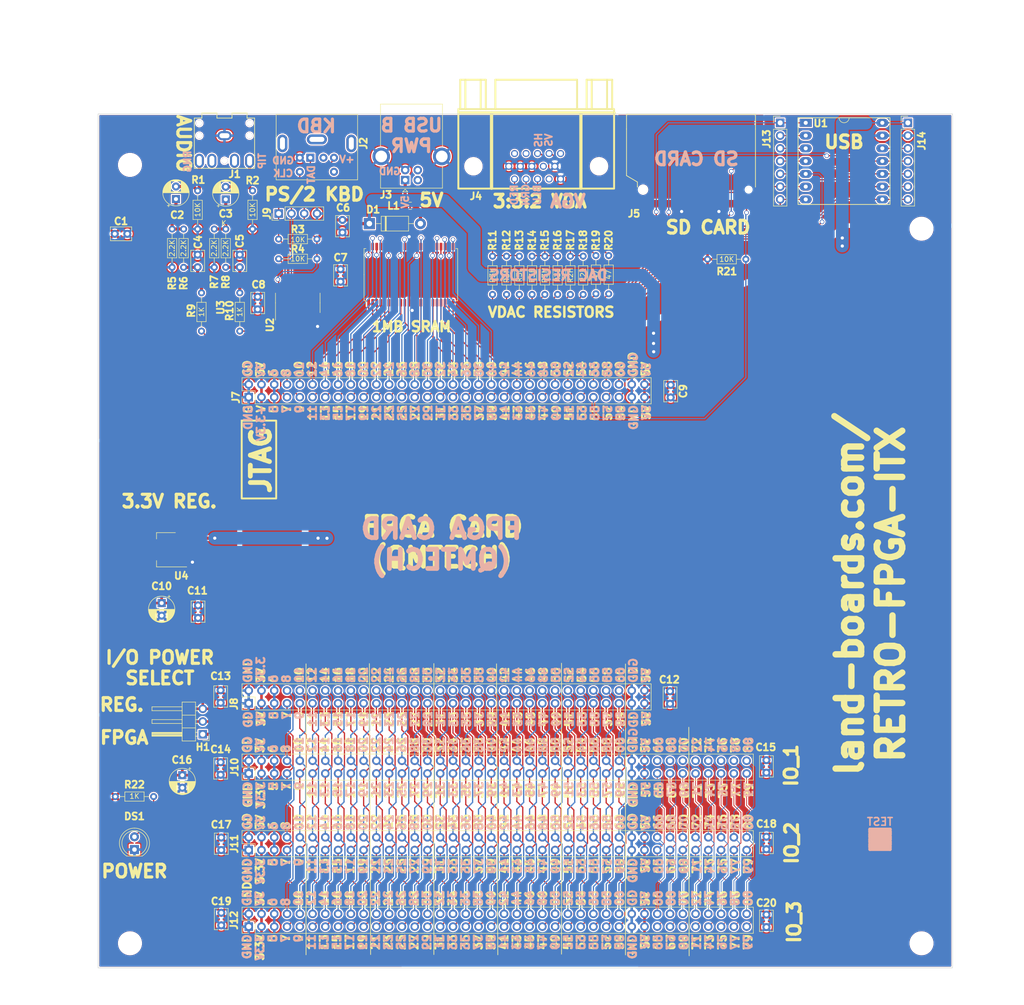
<source format=kicad_pcb>
(kicad_pcb (version 20211014) (generator pcbnew)
  (title_block (title "RETRO-FPGA-ITX") (date "2022-08-22") (rev "1") (company "land-boards.com"))
  (layers (0 "F.Cu" signal) (31 "B.Cu" signal) (36 "B.SilkS" user "B.Silkscreen") (37 "F.SilkS" user "F.Silkscreen") (38 "B.Mask" user) (39 "F.Mask" user) (44 "Edge.Cuts" user))
  (net 0 "")
  (net 1 "GND")
  (net 2 "+3V3")
  (net 3 "/BLUHI")
  (net 4 "/BLULO")
  (net 5 "/GRNHI")
  (net 6 "/GRNLO")
  (net 7 "/REDHI")
  (net 8 "/REDLO")
  (net 9 "/MOSI")
  (net 10 "/SDCS")
  (net 11 "/SCLK")
  (net 12 "/MISO")
  (net 13 "/PS2DAT")
  (net 14 "/PS2CLK")
  (net 15 "VDD")
  (net 16 "/IO_B22")
  (net 17 "/IO_B21")
  (net 18 "/IO_N20")
  (net 19 "/IO_N19")
  (net 20 "+3.3VP")
  (net 21 "/IO_AB20")
  (net 22 "/IO_AA20")
  (net 23 "/IO_Y21")
  (net 24 "/IO_Y22")
  (net 25 "/IO_W21")
  (net 26 "/IO_W22")
  (net 27 "/IO_V21")
  (net 28 "/IO_V22")
  (net 29 "/IO_U21")
  (net 30 "/IO_U22")
  (net 31 "/IO_R21")
  (net 32 "/IO_R22")
  (net 33 "/IO_P21")
  (net 34 "/IO_P22")
  (net 35 "/IO_N21")
  (net 36 "/IO_M21")
  (net 37 "/IO_M22")
  (net 38 "/IO_L21")
  (net 39 "/IO_L22")
  (net 40 "/IO_K21")
  (net 41 "/IO_K22")
  (net 42 "/IO_J21")
  (net 43 "/IO_J22")
  (net 44 "/IO_H21")
  (net 45 "/IO_H22")
  (net 46 "/IO_F21")
  (net 47 "/IO_F22")
  (net 48 "/IO_E21")
  (net 49 "/IO_E22")
  (net 50 "/IO_D21")
  (net 51 "/IO_D22")
  (net 52 "/IO_C21")
  (net 53 "/IO_C22")
  (net 54 "/VSYNC")
  (net 55 "/HSYNC")
  (net 56 "/SRAMA15")
  (net 57 "/SRAMA14")
  (net 58 "/SRAMA16")
  (net 59 "/SRAMA13")
  (net 60 "/SRAMA17")
  (net 61 "/SRAMA12")
  (net 62 "/SRAMA18")
  (net 63 "/SRAMA11")
  (net 64 "/SRAMA19")
  (net 65 "/SRAMA10")
  (net 66 "/SRAMD3")
  (net 67 "/SRAMD4")
  (net 68 "/SRAMD2")
  (net 69 "/SRAMD5")
  (net 70 "/SRAMD1")
  (net 71 "/SRAMD6")
  (net 72 "/SRAMD0")
  (net 73 "/SRAMD7")
  (net 74 "/~{SRAMCS}")
  (net 75 "/SRAMA8")
  (net 76 "/SRAMA0")
  (net 77 "/~{SRAMOE}")
  (net 78 "/SRAMA1")
  (net 79 "/SRAMA7")
  (net 80 "/SRAMA2")
  (net 81 "/SRAMA6")
  (net 82 "/SRAMA3")
  (net 83 "/SRAMA5")
  (net 84 "/SRAMA4")
  (net 85 "/~{SRAMWE}")
  (net 86 "/SRAMA9")
  (net 87 "/IO_M20")
  (net 88 "/IO_M19")
  (net 89 "/~{FPGACTS}")
  (net 90 "/FPGARX")
  (net 91 "/~{FPGARTS}")
  (net 92 "/CARDET")
  (net 93 "/IO_N22")
  (net 94 "/FPGATX")
  (net 95 "/RED")
  (net 96 "/GRN")
  (net 97 "/KBC")
  (net 98 "/KBD")
  (net 99 "/BLU")
  (net 100 "/GRNMI")
  (net 101 "/REDMI")
  (net 102 "Net-(C4-Pad1)")
  (net 103 "/AUDIOR")
  (net 104 "/AUDIOL")
  (net 105 "VS")
  (net 106 "/IO_AA13")
  (net 107 "/IO_AB13")
  (net 108 "/IO_AA14")
  (net 109 "/IO_AB14")
  (net 110 "/IO_AA15")
  (net 111 "/IO_AB15")
  (net 112 "/IO_AA16")
  (net 113 "/IO_AB16")
  (net 114 "/IO_AA17")
  (net 115 "/IO_AB17")
  (net 116 "/IO_AA18")
  (net 117 "/IO_AB18")
  (net 118 "/IO_AA19")
  (net 119 "/IO_AB19")
  (net 120 "/IOX_65")
  (net 121 "/IOX_66")
  (net 122 "/IOX_67")
  (net 123 "/IOX_68")
  (net 124 "/IOX_69")
  (net 125 "/IOX_70")
  (net 126 "/IOX_71")
  (net 127 "/IOX_72")
  (net 128 "/IOX_73")
  (net 129 "/IOX_74")
  (net 130 "/IOX_75")
  (net 131 "/IOX_76")
  (net 132 "/IOX_78")
  (net 133 "/IOX_79")
  (net 134 "/IOX_80")
  (net 135 "/IOX_77")
  (net 136 "Net-(C2-Pad1)")
  (net 137 "Net-(C2-Pad2)")
  (net 138 "Net-(C3-Pad1)")
  (net 139 "Net-(C3-Pad2)")
  (net 140 "Net-(C5-Pad1)")
  (net 141 "Net-(D1-Pad2)")
  (net 142 "Net-(J13-Pad2)")
  (net 143 "Net-(J13-Pad3)")
  (net 148 "Net-(DS1-Pad2)")
  (net 151 "Net-(J3-Pad1)")
  (net 158 "Net-(J4-Pad13)")
  (net 159 "Net-(J4-Pad14)")
  (net 168 "Net-(J13-Pad4)")
  (net 169 "Net-(J14-Pad3)")
  (footprint "MountingHole:MountingHole_4.3mm_M4" (layer "F.Cu") (at 141.35 50.16)
    (fp_text reference "MTG1" hide)
    (fp_text value "MTG_HOLE")
  )
  (footprint "MountingHole:MountingHole_4.3mm_M4" (layer "F.Cu") (at 298.83 62.86)
    (fp_text reference "MTG2" hide)
    (fp_text value "MTG_HOLE")
  )
  (footprint "MountingHole:MountingHole_4.3mm_M4" (layer "F.Cu") (at 141.35 205.1)
    (fp_text reference "MTG3" hide)
    (fp_text value "MTG_HOLE")
  )
  (footprint "MountingHole:MountingHole_4.3mm_M4" (layer "F.Cu") (at 298.83 205.1)
    (fp_text reference "MTG4" hide)
    (fp_text value "MTG_HOLE")
  )
  (footprint "TO_SOT_Packages_SMD:SOT-223" (layer "F.Cu") (at 148.5392 126.7714 180)
    (fp_text reference "U4")
    (fp_text value "NCP1117ST33T3G" hide)
  )
  (footprint "Resistor_THT:R_Axial_DIN0204_L3.6mm_D1.6mm_P7.62mm_Horizontal" (layer "F.Cu") (at 218.809845 68.325745 -90)
    (fp_text reference "R13")
    (fp_text value "R3L")
  )
  (footprint "Resistor_THT:R_Axial_DIN0204_L3.6mm_D1.6mm_P7.62mm_Horizontal" (layer "F.Cu") (at 216.269845 68.325745 -90)
    (fp_text reference "R12")
    (fp_text value "R3M")
  )
  (footprint "Resistor_THT:R_Axial_DIN0204_L3.6mm_D1.6mm_P7.62mm_Horizontal" (layer "F.Cu") (at 226.429845 68.325745 -90)
    (fp_text reference "R16")
    (fp_text value "R3L")
  )
  (footprint "Resistor_THT:R_Axial_DIN0204_L3.6mm_D1.6mm_P7.62mm_Horizontal" (layer "F.Cu") (at 223.889845 68.325745 -90)
    (fp_text reference "R15")
    (fp_text value "R3M")
  )
  (footprint "Resistor_THT:R_Axial_DIN0204_L3.6mm_D1.6mm_P7.62mm_Horizontal" (layer "F.Cu") (at 231.509845 68.325745 -90)
    (fp_text reference "R18")
    (fp_text value "R2L")
  )
  (footprint "Resistor_THT:R_Axial_DIN0204_L3.6mm_D1.6mm_P7.62mm_Horizontal" (layer "F.Cu") (at 228.969845 68.325745 -90)
    (fp_text reference "R17")
    (fp_text value "R2H")
  )
  (footprint "Resistor_THT:R_Axial_DIN0204_L3.6mm_D1.6mm_P7.62mm_Horizontal" (layer "F.Cu") (at 170.9245 68.8525)
    (fp_text reference "R4")
    (fp_text value "10K")
  )
  (footprint "Resistor_THT:R_Axial_DIN0204_L3.6mm_D1.6mm_P7.62mm_Horizontal" (layer "F.Cu") (at 170.9245 64.9205)
    (fp_text reference "R3")
    (fp_text value "10K")
  )
  (footprint "Pin_Headers:Pin_Header_Straight_1x04_Pitch2.54mm" (layer "F.Cu") (at 170.9345 59.8405 90)
    (fp_text reference "J9")
    (fp_text value "Header, Strt, 1x4")
  )
  (footprint "LandBoards_Conns:Connector_Mini-DIN_Female_6Pin_2rows" (layer "F.Cu") (at 177.2345 48.7295 180)
    (fp_text reference "J2")
    (fp_text value "PS2_DIN6")
  )
  (footprint "Connector_PinHeader_2.54mm:PinHeader_2x32_P2.54mm_Vertical" (layer "F.Cu") (at 164.973 96.393 90)
    (fp_text reference "J7")
    (fp_text value "Header, Strt, 2x32")
  )
  (footprint "Connector_PinHeader_2.54mm:PinHeader_2x32_P2.54mm_Vertical" (layer "F.Cu") (at 164.973 157.333 90)
    (fp_text reference "J8")
    (fp_text value "Header, Strt, 2x32")
  )
  (footprint "LandBoards_BoardOutlines:QT_Py" (layer "F.Cu") (at 275.7932 41.783)
    (fp_text reference "U1")
    (fp_text value "QT_Py")
  )
  (footprint "LandBoards_Conns:SD_CARD" (layer "F.Cu") (at 258.5532 55.0823 180)
    (fp_text reference "J5")
    (fp_text value "SD_Card-Connector" hide)
  )
  (footprint "Connector_PinHeader_2.54mm:PinHeader_2x40_P2.54mm_Vertical" (layer "F.Cu") (at 164.973 171.303 90)
    (fp_text reference "J10")
    (fp_text value "Header, Strt, 2x40")
  )
  (footprint "Capacitor_THT:C_Rect_L4.0mm_W2.5mm_P2.50mm" (layer "F.Cu") (at 248.798 154.93 -90)
    (fp_text reference "C12")
    (fp_text value "0.1uF")
  )
  (footprint "Capacitor_THT:C_Rect_L4.0mm_W2.5mm_P2.50mm" (layer "F.Cu") (at 267.974 168.646 -90)
    (fp_text reference "C15")
    (fp_text value "0.1uF")
  )
  (footprint "Capacitor_THT:C_Rect_L4.0mm_W2.5mm_P2.50mm" (layer "F.Cu") (at 159.385 169.057 -90)
    (fp_text reference "C14")
    (fp_text value "0.1uF")
  )
  (footprint "Capacitor_THT:C_Rect_L4.0mm_W2.5mm_P2.50mm" (layer "F.Cu") (at 183.2425 70.9045 -90)
    (fp_text reference "C7")
    (fp_text value "0.1uF")
  )
  (footprint "Capacitor_THT:C_Rect_L4.0mm_W2.5mm_P2.50mm" (layer "F.Cu") (at 166.751 76.405 -90)
    (fp_text reference "C8")
    (fp_text value "0.1uF")
  )
  (footprint "Connector_PinHeader_2.54mm:PinHeader_1x03_P2.54mm_Horizontal" (layer "F.Cu") (at 155.829 163.4998 180)
    (fp_text reference "H1")
    (fp_text value "Header, Right Ang, 1x3")
  )
  (footprint "Inductor_SMD:L_0805_2012Metric_Pad1.15x1.40mm_HandSolder" (layer "F.Cu") (at 197.104 58.293)
    (fp_text reference "L1")
    (fp_text value "Ind, MI0805K601R-10 (0805)")
  )
  (footprint "Package_SO:TSOP-II-44_10.16x18.41mm_P0.8mm" (layer "F.Cu") (at 197.232 72.009 90)
    (fp_text reference "U3")
    (fp_text value "IS62WV10248EBLL-45TLI")
  )
  (footprint "Resistor_THT:R_Axial_DIN0204_L3.6mm_D1.6mm_P7.62mm_Horizontal" (layer "F.Cu") (at 263.8806 68.9356 180)
    (fp_text reference "R21")
    (fp_text value "10K")
  )
  (footprint "Capacitor_THT:C_Rect_L4.0mm_W2.5mm_P2.50mm" (layer "F.Cu") (at 138.322 63.876)
    (fp_text reference "C1")
    (fp_text value "0.1uF")
  )
  (footprint "Capacitor_THT:C_Rect_L4.0mm_W2.5mm_P2.50mm" (layer "F.Cu") (at 154.8892 137.8404 -90)
    (fp_text reference "C11")
    (fp_text value "0.1uF")
  )
  (footprint "Capacitor_THT:CP_Radial_D5.0mm_P2.50mm" (layer "F.Cu") (at 147.6502 137.377288 -90)
    (fp_text reference "C10")
    (fp_text value "10uF")
  )
  (footprint "LandBoards_Conns:DB_15F-VGA-fixed" (layer "F.Cu") (at 222.172595 46.419495 180)
    (fp_text reference "J4")
    (fp_text value "634-015-274-906 (DB15HD)" hide)
  )
  (footprint "Connector_USB:USB_B_OST_USB-B1HSxx_Horizontal" (layer "F.Cu") (at 196.108 53.1865 90)
    (fp_text reference "J3")
    (fp_text value "Conn, USB B")
  )
  (footprint "Resistor_THT:R_Axial_DIN0204_L3.6mm_D1.6mm_P7.62mm_Horizontal" (layer "F.Cu") (at 158.115 62.923 -90)
    (fp_text reference "R7")
    (fp_text value "2.2K")
  )
  (footprint "Capacitor_THT:CP_Radial_D5.0mm_P2.50mm" (layer "F.Cu") (at 151.765 171.641888 -90)
    (fp_text reference "C16")
    (fp_text value "10uF")
  )
  (footprint "Capacitor_THT:CP_Radial_D5.0mm_P2.50mm" (layer "F.Cu") (at 160.401 57.016113 90)
    (fp_text reference "C3")
    (fp_text value "47uF")
  )
  (footprint "Resistor_THT:R_Axial_DIN0204_L3.6mm_D1.6mm_P7.62mm_Horizontal" (layer "F.Cu") (at 155.575 75.623 -90)
    (fp_text reference "R9")
    (fp_text value "1K")
  )
  (footprint "Connector_PinHeader_2.54mm:PinHeader_2x40_P2.54mm_Vertical" (layer "F.Cu") (at 164.978 201.783 90)
    (fp_text reference "J12")
    (fp_text value "Header, Strt, 2x40")
  )
  (footprint "Resistor_THT:R_Axial_DIN0204_L3.6mm_D1.6mm_P7.62mm_Horizontal" (layer "F.Cu") (at 152.019 62.923 -90)
    (fp_text reference "R6")
    (fp_text value "2.2K")
  )
  (footprint "Resistor_THT:R_Axial_DIN0204_L3.6mm_D1.6mm_P7.62mm_Horizontal" (layer "F.Cu") (at 236.589845 68.203745 -90)
    (fp_text reference "R20")
    (fp_text value "47")
  )
  (footprint "Resistor_THT:R_Axial_DIN0204_L3.6mm_D1.6mm_P7.62mm_Horizontal" (layer "F.Cu") (at 160.401 62.923 -90)
    (fp_text reference "R8")
    (fp_text value "2.2K")
  )
  (footprint "Resistor_THT:R_Axial_DIN0204_L3.6mm_D1.6mm_P7.62mm_Horizontal" (layer "F.Cu") (at 213.475845 68.325745 -90)
    (fp_text reference "R11")
    (fp_text value "R3H")
  )
  (footprint "Capacitor_THT:C_Rect_L4.0mm_W2.5mm_P2.50mm" (layer "F.Cu") (at 159.385 154.7314 -90)
    (fp_text reference "C13")
    (fp_text value "0.1uF")
  )
  (footprint "Resistor_THT:R_Axial_DIN0204_L3.6mm_D1.6mm_P7.62mm_Horizontal" (layer "F.Cu") (at 163.195 75.623 -90)
    (fp_text reference "R10")
    (fp_text value "1K")
  )
  (footprint "LandBoards_Marking:TEST_BLK-REAR" (layer "F.Cu") (at 290.576 184.404)
    (fp_text reference "TEST")
    (fp_text value "COUPON" hide)
  )
  (footprint "Connector_PinHeader_2.54mm:PinHeader_2x40_P2.54mm_Vertical" (layer "F.Cu") (at 164.973 186.543 90)
    (fp_text reference "J11")
    (fp_text value "Header, Strt, 2x40")
  )
  (footprint "Capacitor_THT:C_Rect_L4.0mm_W2.5mm_P2.50mm" (layer "F.Cu") (at 267.974 183.886 -90)
    (fp_text reference "C18")
    (fp_text value "0.1uF")
  )
  (footprint "Capacitor_THT:CP_Radial_D5.0mm_P2.50mm" (layer "F.Cu") (at 150.495 56.959 90)
    (fp_text reference "C2")
    (fp_text value "47uF")
  )
  (footprint "Resistor_THT:R_Axial_DIN0204_L3.6mm_D1.6mm_P7.62mm_Horizontal" (layer "F.Cu") (at 149.733 62.923 -90)
    (fp_text reference "R5")
    (fp_text value "2.2K")
  )
  (footprint "Connector_PinHeader_2.54mm:PinHeader_1x07_P2.54mm_Vertical" (layer "F.Cu") (at 270.7132 41.783)
    (fp_text reference "J13")
    (fp_text value "Conn_01x07")
  )
  (footprint "Resistor_THT:R_Axial_DIN0204_L3.6mm_D1.6mm_P7.62mm_Horizontal" (layer "F.Cu") (at 138.43 175.895)
    (fp_text reference "R22")
    (fp_text value "1K")
  )
  (footprint "Resistor_THT:R_Axial_DIN0204_L3.6mm_D1.6mm_P7.62mm_Horizontal" (layer "F.Cu") (at 165.735 55.303 -90)
    (fp_text reference "R2")
    (fp_text value "10K")
  )
  (footprint "Package_SO:SOIC-14_3.9x8.7mm_P1.27mm" (layer "F.Cu") (at 174.7345 77.6205 90)
    (fp_text reference "U2")
    (fp_text value "TXS0104EDR")
  )
  (footprint "Capacitor_THT:C_Rect_L4.0mm_W2.5mm_P2.50mm" (layer "F.Cu") (at 163.195 70.523 90)
    (fp_text reference "C5")
    (fp_text value "47nF")
  )
  (footprint "Connector_PinHeader_2.54mm:PinHeader_1x07_P2.54mm_Vertical" (layer "F.Cu") (at 296.1132 41.783)
    (fp_text reference "J14")
    (fp_text value "Conn_01x07")
  )
  (footprint "Resistor_THT:R_Axial_DIN0204_L3.6mm_D1.6mm_P7.62mm_Horizontal" (layer "F.Cu") (at 234.049845 68.203745 -90)
    (fp_text reference "R19")
    (fp_text value "47")
  )
  (footprint "Resistor_THT:R_Axial_DIN0204_L3.6mm_D1.6mm_P7.62mm_Horizontal" (layer "F.Cu") (at 221.349845 68.325745 -90)
    (fp_text reference "R14")
    (fp_text value "R3H")
  )
  (footprint "Capacitor_THT:C_Rect_L4.0mm_W2.5mm_P2.50mm" (layer "F.Cu") (at 248.924 93.95 -90)
    (fp_text reference "C9")
    (fp_text value "0.1uF")
  )
  (footprint "LED_THT:LED_D5.0mm" (layer "F.Cu") (at 142.24 186.441 90)
    (fp_text reference "DS1")
    (fp_text value "LED, 5MM")
  )
  (footprint "Capacitor_THT:C_Rect_L4.0mm_W2.5mm_P2.50mm" (layer "F.Cu") (at 154.813 70.523 90)
    (fp_text reference "C4")
    (fp_text value "47nF")
  )
  (footprint "Capacitor_THT:C_Rect_L4.0mm_W2.5mm_P2.50mm" (layer "F.Cu") (at 159.512 199.029 -90)
    (fp_text reference "C19")
    (fp_text value "0.1uF")
  )
  (footprint "LandBoards_Conns:Jack_3.5mm_CUI_SJ1-3523N_Horizontal" (layer "F.Cu") (at 160.147 44.339)
    (fp_text reference "J1")
    (fp_text value "AudioJack3" hide)
  )
  (footprint "Capacitor_THT:C_Rect_L4.0mm_W2.5mm_P2.50mm" (layer "F.Cu") (at 159.512 184.043 -90)
    (fp_text reference "C17")
    (fp_text value "0.1uF")
  )
  (footprint "Capacitor_THT:C_Rect_L4.0mm_W2.5mm_P2.50mm" (layer "F.Cu") (at 183.6245 61.1105 -90)
    (fp_text reference "C6")
    (fp_text value "0.1uF")
  )
  (footprint "Diode_THT:D_DO-41_SOD81_P10.16mm_Horizontal" (layer "F.Cu") (at 188.976 61.849)
    (fp_text reference "D1")
    (fp_text value "1N5819")
  )
  (footprint "Capacitor_THT:C_Rect_L4.0mm_W2.5mm_P2.50mm" (layer "F.Cu") (at 267.974 199.38 -90)
    (fp_text reference "C20")
    (fp_text value "0.1uF")
  )
  (footprint "Resistor_THT:R_Axial_DIN0204_L3.6mm_D1.6mm_P7.62mm_Horizontal" (layer "F.Cu") (at 154.813 55.303 -90)
    (fp_text reference "R1")
    (fp_text value "10K")
  )
  (gr_line (start 214.5284 207.391) (end 214.2744 149.479) (layer "F.SilkS") (width 0.15))
  (gr_line (start 227.203 149.352) (end 227.203 207.264) (layer "F.SilkS") (width 0.15))
  (gr_line (start 188.976 149.4282) (end 189.23 207.3402) (layer "F.SilkS") (width 0.15))
  (gr_line (start 201.803 207.3402) (end 201.803 149.4282) (layer "F.SilkS") (width 0.15))
  (gr_rect (start 163.58 101.062) (end 170.438 116.556) (layer "F.SilkS") (width 0.381) (fill none))
  (gr_line (start 252.5268 162.1028) (end 252.603 207.5942) (layer "F.SilkS") (width 0.15))
  (gr_line (start 239.9284 149.5044) (end 239.9284 207.4164) (layer "F.SilkS") (width 0.15))
  (gr_line (start 176.3776 207.391) (end 176.3776 149.479) (layer "F.SilkS") (width 0.15))
  (gr_rect locked (start 135 40) (end 305 210) (layer "Edge.Cuts") (width 0.1) (fill none))
  (gr_text "GND\n3.3V\n5\n7\n9\n11\n13\n15\n17\n19\n21\n23\n25\n27\n29\n31\n33\n35\n37\n39\n41\n43\n45\n47\n49\n51\n53\n55\n57\n59\nGND\n5V\n65\n67\n69\n71\n74\n76\n77\n79" (at 214.6046 187.96 90) (layer "B.SilkS") (effects (font (size 1.5875 1.5875) (thickness 0.396875)) (justify left mirror)))
  (gr_text "BLU" (at 222.365845 56.133745 90) (layer "B.SilkS") (effects (font (size 1.397 1.397) (thickness 0.34925)) (justify mirror)))
  (gr_text "GRN" (at 220.079845 56.133745 90) (layer "B.SilkS") (effects (font (size 1.397 1.397) (thickness 0.34925)) (justify mirror)))
  (gr_text "TIP" (at 167.64 49.403 90) (layer "B.SilkS") (effects (font (size 1.397 1.397) (thickness 0.34925)) (justify mirror)))
  (gr_text "HS" (at 222.619845 45.211745 90) (layer "B.SilkS") (effects (font (size 1.397 1.397) (thickness 0.34925)) (justify mirror)))
  (gr_text "DAC RESISTORS" (at 236.589845 72.135745) (layer "B.SilkS") (effects (font (size 2 2) (thickness 0.5)) (justify left mirror)))
  (gr_text "+V" (at 184.5125 49.0405) (layer "B.SilkS") (effects (font (size 1.397 1.397) (thickness 0.34925)) (justify mirror)))
  (gr_text "GD\n3V\n6\n8\n10\n12\n14\n16\n18\n20\n22\n24\n26\n28\n30\n32\n34\n36\n38\n40\n42\n44\n46\n48\n50\n52\n54\n56\n58\n60\nGD\n5V\n66\n68\n70\n72\n74\n76\n78\n80" (at 214.4522 197.8914 90) (layer "B.SilkS") (effects (font (size 1.5875 1.5875) (thickness 0.396875)) (justify right mirror)))
  (gr_text "GD\n3V\n6\n8\n10\n12\n14\n16\n18\n20\n22\n24\n26\n28\n30\n32\n34\n36\n38\n40\n42\n44\n46\n48\n50\n52\n54\n56\n58\n60\nGD\n5V\n66\n68\n70\n72\n74\n76\n78\n80" (at 214.634 182.85 90) (layer "B.SilkS") (effects (font (size 1.5875 1.5875) (thickness 0.396875)) (justify right mirror)))
  (gr_text "GND\n3.3V\n6\n8\n10\n12\n14\n16\n18\n20\n22\n24\n26\n28\n30\n32\n34\n36\n38\n40\n42\n44\n46\n48\n50\n52\n54\n56\n58\n60\nGND\n5V\n" (at 204.4192 153.4668 90) (layer "B.SilkS") (effects (font (size 1.5875 1.5875) (thickness 0.396875)) (justify right mirror)))
  (gr_text "CLK" (at 171.8125 51.8345) (layer "B.SilkS") (effects (font (size 1.397 1.397) (thickness 0.34925)) (justify mirror)))
  (gr_text "USB B\nPWR" (at 197.358 44.323) (layer "B.SilkS") (effects (font (size 2.54 2.54) (thickness 0.635)) (justify mirror)))
  (gr_text "DAT" (at 177.4005 52.0885 90) (layer "B.SilkS") (effects (font (size 1.397 1.397) (thickness 0.34925)) (justify mirror)))
  (gr_text "GND\n3.3V\n5\n7\n9\n11\n13\n15\n17\n19\n21\n23\n25\n27\n29\n31\n33\n35\n37\n39\n41\n43\n45\n47\n49\n51\n53\n55\n57\n59\nGND\n5V\n65\n67\n69\n71\n74\n76\n77\n79" (at 214.634 172.69 90) (layer "B.SilkS") (effects (font (size 1.5875 1.5875) (thickness 0.396875)) (justify left mirror)))
  (gr_text "SD CARD" (at 254.0254 48.9712) (layer "B.SilkS") (effects (font (size 2.54 2.54) (thickness 0.635)) (justify mirror)))
  (gr_text "RNG" (at 152.781 49.461 90) (layer "B.SilkS") (effects (font (size 1.397 1.397) (thickness 0.34925)) (justify mirror)))
  (gr_text "FPGA CARD\n(QMTECH)" (at 203.3016 125.7046) (layer "B.SilkS") (effects (font (size 3.81 3.81) (thickness 0.9525)) (justify mirror)))
  (gr_text "RED" (at 217.793845 56.133745 90) (layer "B.SilkS") (effects (font (size 1.397 1.397) (thickness 0.34925)) (justify mirror)))
  (gr_text "5V" (at 196.088 57.531 90) (layer "B.SilkS") (effects (font (size 1.397 1.397) (thickness 0.34925)) (justify mirror)))
  (gr_text "GND\n3.3V\n5\n7\n9\n11\n13\n15\n17\n19\n21\n23\n25\n27\n29\n31\n33\n35\n37\n39\n41\n43\n45\n47\n49\n51\n53\n55\n57\n59\nGND\n5V\n65\n67\n69\n71\n74\n76\n77\n79" (at 214.4776 203.0984 90) (layer "B.SilkS") (effects (font (size 1.5875 1.5875) (thickness 0.396875)) (justify left mirror)))
  (gr_text "GND\n+3.3V\n5\n7\n9\n11\n13\n15\n17\n19\n21\n23\n25\n27\n29\n31\n33\n35\n37\n39\n41\n43\n45\n47\n49\n51\n53\n55\n57\n59\nGND\n5V" (at 204.474009 97.759996 90) (layer "B.SilkS") (effects (font (size 1.5875 1.5875) (thickness 0.396875)) (justify left mirror)))
  (gr_text "GND" (at 171.8125 49.2945) (layer "B.SilkS") (effects (font (size 1.397 1.397) (thickness 0.34925)) (justify mirror)))
  (gr_text "KBD" (at 178.4165 42.4365) (layer "B.SilkS") (effects (font (size 2.54 2.54) (thickness 0.635)) (justify mirror)))
  (gr_text "GD\n3V\n6\n8\n10\n12\n14\n16\n18\n20\n22\n24\n26\n28\n30\n32\n34\n36\n38\n40\n42\n44\n46\n48\n50\n52\n54\n56\n58\n60\nGND\n5V\n66\n68\n70\n72\n74\n76\n78\n80" (at 214.634 167.356 90) (layer "B.SilkS") (effects (font (size 1.5875 1.5875) (thickness 0.396875)) (justify right mirror)))
  (gr_text "VS" (at 224.651845 45.211745 90) (layer "B.SilkS") (effects (font (size 1.397 1.397) (thickness 0.34925)) (justify mirror)))
  (gr_text "GD\n3V\n5\n7\n9\n11\n13\n15\n17\n19\n21\n23\n25\n27\n29\n31\n33\n35\n37\n39\n41\n43\n45\n47\n49\n51\n53\n55\n57\n59\nGD\n5V" (at 204.474 158.72 90) (layer "B.SilkS") (effects (font (size 1.5875 1.5875) (thickness 0.396875)) (justify left mirror)))
  (gr_text "GND" (at 193.04 51.435) (layer "B.SilkS") (effects (font (size 1.397 1.397) (thickness 0.34925)) (justify mirror)))
  (gr_text "GD\n3V\n6\n8\n10\n12\n14\n16\n18\n20\n22\n24\n26\n28\n30\n32\n34\n36\n38\n40\n42\n44\n46\n48\n50\n52\n54\n56\n58\n60\nGND\n5V" (at 204.474009 92.679996 90) (layer "B.SilkS") (effects (font (size 1.5875 1.5875) (thickness 0.396875)) (justify right mirror)))
  (gr_text "VGA" (at 228.461845 57.403745) (layer "B.SilkS") (effects (font (size 2.54 2.54) (thickness 0.635)) (justify mirror)))
  (gr_text "GD\n3V\n6\n8\n10\n12\n14\n16\n18\n20\n22\n24\n26\n28\n30\n32\n34\n36\n38\n40\n42\n44\n46\n48\n50\n52\n54\n56\n58\n60\nGD\n5V\n66\n68\n70\n72\n74\n76\n78\n80" (at 214.503 167.433 90) (layer "F.SilkS") (effects (font (size 1.5875 1.5875) (thickness 0.396875)) (justify left)))
  (gr_text "AUDIO" (at 152.019 45.905 270) (layer "F.SilkS") (effects (font (size 2.54 2.54) (thickness 0.635))))
  (gr_text "IO_2" (at 272.9992 185.1406 90) (layer "F.SilkS") (effects (font (size 2.54 2.54) (thickness 0.635))))
  (gr_text "JTAG" (at 167.39 108.936 90) (layer "F.SilkS") (effects (font (size 3.81 3.81) (thickness 0.9525))))
  (gr_text "GND\n3V\n6\n8\n10\n12\n14\n16\n18\n20\n22\n24\n26\n28\n30\n32\n34\n36\n38\n40\n42\n44\n46\n48\n50\n52\n54\n56\n58\n60\nGD\n5V\n66\n68\n70\n72\n74\n76\n78\n80" (at 214.508 197.913 90) (layer "F.SilkS") (effects (font (size 1.5875 1.5875) (thickness 0.396875)) (justify left)))
  (gr_text "FPGA CARD\n(QMTECH)" (at 203.5302 125.2728) (layer "F.SilkS") (effects (font (size 3.81 3.81) (thickness 0.9525))))
  (gr_text "3:3:2 VGA" (at 222.873845 57.403745) (layer "F.SilkS") (effects (font (size 2.54 2.54) (thickness 0.635))))
  (gr_text "GND\n3.3V\n5\n7\n9\n11\n13\n15\n17\n19\n21\n23\n25\n27\n29\n31\n33\n35\n37\n39\n41\n43\n45\n47\n49\n51\n53\n55\n57\n59\nGND\n5V\n65\n67\n69\n71\n73\n75\n77\n79" (at 214.4776 203.0984 90) (layer "F.SilkS") (effects (font (size 1.5875 1.5875) (thickness 0.396875)) (justify right)))
  (gr_text "G\nV\n5\n7\n9\n11\n13\n15\n17\n19\n21\n23\n25\n27\n29\n31\n33\n35\n37\n39\n41\n43\n45\n47\n49\n51\n53\n55\n57\n59\nGND\n5V" (at 204.474 97.76 90) (layer "F.SilkS") (effects (font (size 1.5875 1.5875) (thickness 0.396875)) (justify right)))
  (gr_text "GD\n3V\n6\n8\n10\n12\n14\n16\n18\n20\n22\n24\n26\n28\n30\n32\n34\n36\n38\n40\n42\n44\n46\n48\n50\n52\n54\n56\n58\n60\nGD\n5V\n66\n68\n70\n72\n74\n76\n78\n80" (at 214.503 182.673 90) (layer "F.SilkS") (effects (font (size 1.5875 1.5875) (thickness 0.396875)) (justify left)))
  (gr_text "POWER" (at 142.24 190.754) (layer "F.SilkS") (effects (font (size 2.54 2.54) (thickness 0.635))))
  (gr_text "VDAC RESISTORS" (at 212.2932 79.4766) (layer "F.SilkS") (effects (font (size 2 2) (thickness 0.5)) (justify left)))
  (gr_text "GND\n3.3V\n5\n7\n9\n11\n13\n15\n17\n19\n21\n23\n25\n27\n29\n31\n33\n35\n37\n39\n41\n43\n45\n47\n49\n51\n53\n55\n57\n59\nGND\n5V\n65\n67\n69\n71\n73\n75\n77\n79" (at 214.508 187.935 90) (layer "F.SilkS") (effects (font (size 1.5875 1.5875) (thickness 0.396875)) (justify right)))
  (gr_text "REG." (at 139.7254 157.607) (layer "F.SilkS") (effects (font (size 2.54 2.54) (thickness 0.635))))
  (gr_text "land-boards.com/\nRETRO-FPGA-ITX" (at 288.6202 135.6106 90) (layer "F.SilkS") (effects (font (size 5.08 5.08) (thickness 1.27))))
  (gr_text "GD\n3V\n5\n7\n9\n11\n13\n15\n17\n19\n21\n23\n25\n27\n29\n31\n33\n35\n37\n39\n41\n43\n45\n47\n49\n51\n53\n55\n57\n59\nGD\n5V" (at 204.474 158.72 90) (layer "F.SilkS") (effects (font (size 1.5875 1.5875) (thickness 0.396875)) (justify right)))
  (gr_text "FPGA" (at 140.208 164.1602) (layer "F.SilkS") (effects (font (size 2.54 2.54) (thickness 0.635))))
  (gr_text "3.3V REG." (at 149.1742 117.1194) (layer "F.SilkS") (effects (font (size 2.54 2.54) (thickness 0.635))))
  (gr_text "5V" (at 201.3204 57.1754) (layer "F.SilkS") (effects (font (size 2.54 2.54) (thickness 0.635))))
  (gr_text "IO_3" (at 273.4818 200.8632 90) (layer "F.SilkS") (effects (font (size 2.54 2.54) (thickness 0.635))))
  (gr_text "GND\n3.3V\n5\n7\n9\n11\n13\n15\n17\n19\n21\n23\n25\n27\n29\n31\n33\n35\n37\n39\n41\n43\n45\n47\n49\n51\n53\n55\n57\n59\nGND\n5V\n65\n67\n69\n71\n73\n75\n77\n79" (at 214.634 172.944 90) (layer "F.SilkS") (effects (font (size 1.5875 1.5875) (thickness 0.396875)) (justify right)))
  (gr_text "PS/2 KBD" (at 178.0365 56.0255) (layer "F.SilkS") (effects (font (size 2.54 2.54) (thickness 0.635))))
  (gr_text "GND\n3V\n6\n8\n10\n12\n14\n16\n18\n20\n22\n24\n26\n28\n30\n32\n34\n36\n38\n40\n42\n44\n46\n48\n50\n52\n54\n56\n58\n60\nGD\n5V" (at 204.4192 153.4668 90) (layer "F.SilkS") (effects (font (size 1.5875 1.5875) (thickness 0.396875)) (justify left)))
  (gr_text "1MB SRAM" (at 189.23 82.3722) (layer "F.SilkS") (effects (font (size 2 2) (thickness 0.5)) (justify left)))
  (gr_text "GD\n3V\n6\n8\n10\n12\n14\n16\n18\n20\n22\n24\n26\n28\n30\n32\n34\n36\n38\n40\n42\n44\n46\n48\n50\n52\n54\n56\n58\n60\nGND\n5V" (at 204.342996 92.522999 90) (layer "F.SilkS") (effects (font (size 1.5875 1.5875) (thickness 0.396875)) (justify left)))
  (gr_text "USB" (at 283.4132 45.593) (layer "F.SilkS") (effects (font (size 2.54 2.54) (thickness 0.635))))
  (gr_text "IO_1" (at 272.8976 169.6974 90) (layer "F.SilkS") (effects (font (size 2.54 2.54) (thickness 0.635))))
  (gr_text "SD CARD" (at 256.3622 62.5856) (layer "F.SilkS") (effects (font (size 2.54 2.54) (thickness 0.635))))
  (gr_text "I/O POWER\nSELECT" (at 147.2946 150.2664) (layer "F.SilkS") (effects (font (size 2.54 2.54) (thickness 0.635))))
  (segment (start 178.5445 80.0955) (end 178.5445 82.1885) (width 0.254) (layer "F.Cu") (net 1))
  (segment (start 251.0532 57.8823) (end 251.0532 59.3848) (width 0.254) (layer "F.Cu") (net 1))
  (segment (start 258.5532 57.8823) (end 258.5532 59.404) (width 0.254) (layer "F.Cu") (net 1))
  (segment (start 197.632 77.5965) (end 197.632 78.974) (width 0.254) (layer "F.Cu") (net 1))
  (segment (start 153.6078 129.0714) (end 153.7716 129.2352) (width 0.635) (layer "F.Cu") (net 1))
  (segment (start 196.832 66.4215) (end 196.832 64.501894) (width 0.254) (layer "F.Cu") (net 1))
  (segment (start 197.632 78.974) (end 197.485 79.121) (width 0.254) (layer "F.Cu") (net 1))
  (segment (start 258.5532 59.404) (end 258.5212 59.436) (width 0.254) (layer "F.Cu") (net 1))
  (segment (start 178.5445 82.1885) (end 178.6705 82.3145) (width 0.254) (layer "F.Cu") (net 1))
  (segment (start 151.6892 129.0714) (end 153.6078 129.0714) (width 0.635) (layer "F.Cu") (net 1))
  (segment (start 251.0532 59.3848) (end 251.1044 59.436) (width 0.254) (layer "F.Cu") (net 1))
  (segment (start 196.832 64.501894) (end 196.887428 64.446466) (width 0.254) (layer "F.Cu") (net 1))
  (via (at 197.485 79.121) (size 0.889) (drill 0.635) (layers "F.Cu" "B.Cu") (net 1))
  (via (at 251.1044 59.436) (size 0.889) (drill 0.635) (layers "F.Cu" "B.Cu") (net 1))
  (via (at 258.5212 59.436) (size 0.889) (drill 0.635) (layers "F.Cu" "B.Cu") (net 1))
  (via (at 196.887428 64.446466) (size 0.889) (drill 0.635) (layers "F.Cu" "B.Cu") (net 1))
  (via (at 153.7716 129.2352) (size 0.889) (drill 0.635) (layers "F.Cu" "B.Cu") (net 1))
  (via (at 178.6705 82.3145) (size 0.889) (drill 0.635) (layers "F.Cu" "B.Cu") (net 1))
  (segment (start 164.3276 163.561) (end 167.513 160.3756) (width 0.635) (layer "F.Cu") (net 2))
  (segment (start 167.513 160.3756) (end 167.513 157.333) (width 0.635) (layer "F.Cu") (net 2))
  (segment (start 164.2664 163.4998) (end 155.829 163.4998) (width 0.635) (layer "F.Cu") (net 2))
  (segment (start 164.3276 163.561) (end 164.2664 163.4998) (width 0.635) (layer "F.Cu") (net 2))
  (segment (start 223.393 96.393) (end 224.6122 95.1738) (width 0.254) (layer "F.Cu") (net 3))
  (segment (start 224.6122 95.1738) (end 224.6122 80.30339) (width 0.254) (layer "F.Cu") (net 3))
  (segment (start 224.6122 80.30339) (end 228.969845 75.945745) (width 0.254) (layer "F.Cu") (net 3))
  (segment (start 225.933 93.853) (end 225.933 81.52259) (width 0.254) (layer "F.Cu") (net 4))
  (segment (start 225.933 81.52259) (end 231.509845 75.945745) (width 0.254) (layer "F.Cu") (net 4))
  (segment (start 220.853 77.67629) (end 221.349845 77.179445) (width 0.254) (layer "F.Cu") (net 5))
  (segment (start 220.853 93.853) (end 220.853 77.67629) (width 0.254) (layer "F.Cu") (net 5))
  (segment (start 221.349845 77.179445) (end 221.349845 75.945745) (width 0.254) (layer "F.Cu") (net 5))
  (segment (start 223.393 78.98259) (end 226.429845 75.945745) (width 0.254) (layer "F.Cu") (net 6))
  (segment (start 223.393 93.853) (end 223.393 78.98259) (width 0.254) (layer "F.Cu") (net 6))
  (segment (start 215.773 96.393) (end 217.133289 95.032711) (width 0.254) (layer "F.Cu") (net 7))
  (segment (start 217.133289 95.032711) (end 217.133289 85.205689) (width 0.254) (layer "F.Cu") (net 7))
  (segment (start 217.133289 85.205689) (end 213.475845 81.548245) (width 0.254) (layer "F.Cu") (net 7))
  (segment (start 213.475845 81.548245) (end 213.475845 75.945745) (width 0.254) (layer "F.Cu") (net 7))
  (segment (start 218.809845 75.945745) (end 218.809845 81.853045) (width 0.254) (layer "F.Cu") (net 8))
  (segment (start 219.5576 82.6008) (end 219.5576 95.1484) (width 0.254) (layer "F.Cu") (net 8))
  (segment (start 219.5576 95.1484) (end 218.313 96.393) (width 0.254) (layer "F.Cu") (net 8))
  (segment (start 218.809845 81.853045) (end 219.5576 82.6008) (width 0.254) (layer "F.Cu") (net 8))
  (segment (start 279.9842 48.3362) (end 286.3342 48.3362) (width 0.254) (layer "F.Cu") (net 9))
  (segment (start 231.013 83.82) (end 231.013 93.853) (width 0.254) (layer "F.Cu") (net 9))
  (segment (start 286.3342 48.3362) (end 287.401 49.403) (width 0.254) (layer "F.Cu") (net 9))
  (segment (start 248.5532 59.5488) (end 248.5532 66.2798) (width 0.254) (layer "F.Cu") (net 9))
  (segment (start 291.0332 49.403) (end 287.401 49.403) (width 0.2032) (layer "F.Cu") (net 9))
  (segment (start 291.0332 49.403) (end 296.1132 49.403) (width 0.2032) (layer "F.Cu") (net 9))
  (segment (start 248.5532 57.8823) (end 248.5532 59.5488) (width 0.254) (layer "F.Cu") (net 9))
  (segment (start 287.401 49.403) (end 286.221289 48.223289) (width 0.2032) (layer "F.Cu") (net 9))
  (segment (start 248.5532 66.2798) (end 231.013 83.82) (width 0.254) (layer "F.Cu") (net 9))
  (via (at 248.5532 59.5488) (size 0.889) (drill 0.635) (layers "F.Cu" "B.Cu") (net 9))
  (via (at 279.9842 48.3362) (size 0.889) (drill 0.635) (layers "F.Cu" "B.Cu") (net 9))
  (segment (start 279.792311 48.042711) (end 279.9842 48.2346) (width 0.254) (layer "B.Cu") (net 9))
  (segment (start 248.5532 50.2524) (end 250.762889 48.042711) (width 0.254) (layer "B.Cu") (net 9))
  (segment (start 248.5532 50.2524) (end 248.5532 59.5488) (width 0.254) (layer "B.Cu") (net 9))
  (segment (start 279.9842 48.2346) (end 279.9842 48.3362) (width 0.254) (layer "B.Cu") (net 9))
  (segment (start 250.762889 48.042711) (end 279.792311 48.042711) (width 0.254) (layer "B.Cu") (net 9))
  (segment (start 228.473 96.393) (end 229.652711 95.213289) (width 0.254) (layer "F.Cu") (net 10))
  (segment (start 246.0532 59.5088) (end 246.0532 57.8823) (width 0.254) (layer "F.Cu") (net 10))
  (segment (start 229.652711 95.213289) (end 229.652711 84.443689) (width 0.254) (layer "F.Cu") (net 10))
  (segment (start 229.652711 84.443689) (end 246.0532 68.0432) (width 0.254) (layer "F.Cu") (net 10))
  (segment (start 270.7132 41.783) (end 275.7932 41.783) (width 0.2032) (layer "F.Cu") (net 10))
  (segment (start 246.0532 68.0432) (end 246.0532 59.5088) (width 0.254) (layer "F.Cu") (net 10))
  (via (at 246.0532 59.5088) (size 0.889) (drill 0.635) (layers "F.Cu" "B.Cu") (net 10))
  (segment (start 248.4374 41.783) (end 270.7132 41.783) (width 0.254) (layer "B.Cu") (net 10))
  (segment (start 246.0532 44.1672) (end 246.0532 59.5088) (width 0.254) (layer "B.Cu") (net 10))
  (segment (start 246.0532 44.1672) (end 248.4374 41.783) (width 0.254) (layer "B.Cu") (net 10))
  (segment (start 232.2576 95.1484) (end 232.2576 83.2213) (width 0.254) (layer "F.Cu") (net 11))
  (segment (start 232.2576 83.2213) (end 247.41415 68.06475) (width 0.254) (layer "F.Cu") (net 11))
  (segment (start 285.532711 53.122711) (end 286.9438 54.5338) (width 0.254) (layer "F.Cu") (net 11))
  (segment (start 261.439422 55.626) (end 263.942711 53.122711) (width 0.254) (layer "F.Cu") (net 11))
  (segment (start 291.0332 54.483) (end 296.1132 54.483) (width 0.2032) (layer "F.Cu") (net 11))
  (segment (start 256.0532 57.8823) (end 256.0532 56.6208) (width 0.254) (layer "F.Cu") (net 11))
  (segment (start 231.013 96.393) (end 232.2576 95.1484) (width 0.254) (layer "F.Cu") (net 11))
  (segment (start 247.45405 68.06475) (end 256.0532 59.4656) (width 0.254) (layer "F.Cu") (net 11))
  (segment (start 256.0532 59.4656) (end 256.0532 57.8823) (width 0.254) (layer "F.Cu") (net 11))
  (segment (start 256.0532 56.6208) (end 257.048 55.626) (width 0.254) (layer "F.Cu") (net 11))
  (segment (start 286.9438 54.5338) (end 286.9946 54.483) (width 0.254) (layer "F.Cu") (net 11))
  (segment (start 257.048 55.626) (end 261.439422 55.626) (width 0.254) (layer "F.Cu") (net 11))
  (segment (start 263.942711 53.122711) (end 285.532711 53.122711) (width 0.254) (layer "F.Cu") (net 11))
  (segment (start 247.41415 68.06475) (end 247.45405 68.06475) (width 0.254) (layer "F.Cu") (net 11))
  (segment (start 286.9946 54.483) (end 291.0332 54.483) (width 0.254) (layer "F.Cu") (net 11))
  (segment (start 233.553 82.804) (end 233.553 93.853) (width 0.254) (layer "F.Cu") (net 12))
  (segment (start 260.9732 59.778) (end 259.0419 61.7093) (width 0.254) (layer "F.Cu") (net 12))
  (segment (start 260.9732 57.8823) (end 260.9732 59.778) (width 0.254) (layer "F.Cu") (net 12))
  (segment (start 283.1592 51.943) (end 291.0332 51.943) (width 0.2032) (layer "F.Cu") (net 12))
  (segment (start 283.1592 51.0032) (end 282.829 50.673) (width 0.2032) (layer "F.Cu") (net 12))
  (segment (start 254.762 61.595) (end 233.553 82.804) (width 0.254) (layer "F.Cu") (net 12))
  (segment (start 259.0419 61.7093) (end 258.9276 61.595) (width 0.254) (layer "F.Cu") (net 12))
  (segment (start 261.747 50.673) (end 261.7216 50.673) (width 0.2032) (layer "F.Cu") (net 12))
  (segment (start 283.1592 51.943) (end 283.1592 51.0032) (width 0.2032) (layer "F.Cu") (net 12))
  (segment (start 258.9276 61.595) (end 254.762 61.595) (width 0.254) (layer "F.Cu") (net 12))
  (segment (start 291.0332 51.943) (end 296.1132 51.943) (width 0.2032) (layer "F.Cu") (net 12))
  (segment (start 261.7216 50.673) (end 260.985 51.4096) (width 0.2032) (layer "F.Cu") (net 12))
  (segment (start 282.829 50.673) (end 261.747 50.673) (width 0.2032) (layer "F.Cu") (net 12))
  (via (at 260.985 59.7916) (size 0.889) (drill 0.635) (layers "F.Cu" "B.Cu") (net 12))
  (via (at 260.985 51.4096) (size 0.889) (drill 0.635) (layers "F.Cu" "B.Cu") (net 12))
  (segment (start 260.985 59.7916) (end 260.985 51.4096) (width 0.254) (layer "B.Cu") (net 12))
  (segment (start 175.133 96.393) (end 173.863 95.123) (width 0.254) (layer "F.Cu") (net 13))
  (segment (start 173.863 85.9632) (end 172.1945 84.2947) (width 0.254) (layer "F.Cu") (net 13))
  (segment (start 173.863 95.123) (end 173.863 85.9632) (width 0.254) (layer "F.Cu") (net 13))
  (segment (start 172.1945 84.2947) (end 172.1945 80.0955) (width 0.254) (layer "F.Cu") (net 13))
  (segment (start 173.4645 83.1517) (end 173.4645 80.0955) (width 0.254) (layer "F.Cu") (net 14))
  (segment (start 175.133 84.8202) (end 173.4645 83.1517) (width 0.254) (layer "F.Cu") (net 14))
  (segment (start 175.133 93.853) (end 175.133 84.8202) (width 0.254) (layer "F.Cu") (net 14))
  (segment (start 234.732711 164.275289) (end 234.732711 170.123289) (width 0.254) (layer "F.Cu") (net 16))
  (segment (start 234.737711 193.480289) (end 234.737711 200.603289) (width 0.254) (layer "F.Cu") (net 16))
  (segment (start 233.553 171.303) (end 233.553 177.385) (width 0.254) (layer "F.Cu") (net 16))
  (segment (start 233.553 177.385) (end 234.486711 178.318711) (width 0.254) (layer "F.Cu") (net 16))
  (segment (start 233.553 157.333) (end 233.553 163.095578) (width 0.254) (layer "F.Cu") (net 16))
  (segment (start 234.662289 193.480289) (end 234.737711 193.480289) (width 0.254) (layer "F.Cu") (net 16))
  (segment (start 234.913289 178.318711) (end 234.913289 185.182711) (width 0.254) (layer "F.Cu") (net 16))
  (segment (start 233.553 192.371) (end 234.662289 193.480289) (width 0.254) (layer "F.Cu") (net 16))
  (segment (start 234.732711 170.123289) (end 233.553 171.303) (width 0.254) (layer "F.Cu") (net 16))
  (segment (start 234.737711 200.603289) (end 233.558 201.783) (width 0.254) (layer "F.Cu") (net 16))
  (segment (start 233.553 186.543) (end 233.553 192.371) (width 0.254) (layer "F.Cu") (net 16))
  (segment (start 234.486711 178.318711) (end 234.913289 178.318711) (width 0.254) (layer "F.Cu") (net 16))
  (segment (start 233.553 163.095578) (end 234.732711 164.275289) (width 0.254) (layer "F.Cu") (net 16))
  (segment (start 234.913289 185.182711) (end 233.553 186.543) (width 0.254) (layer "F.Cu") (net 16))
  (segment (start 233.558 199.243) (end 233.558 193.816578) (width 0.254) (layer "B.Cu") (net 17))
  (segment (start 233.553 184.003) (end 233.553 178.409) (width 0.254) (layer "B.Cu") (net 17))
  (segment (start 233.553 168.763) (end 233.553 164.357578) (width 0.254) (layer "B.Cu") (net 17))
  (segment (start 233.553 168.763) (end 234.913289 170.123289) (width 0.254) (layer "B.Cu") (net 17))
  (segment (start 233.553 184.003) (end 234.913289 185.363289) (width 0.254) (layer "B.Cu") (net 17))
  (segment (start 233.553 178.409) (end 234.913289 177.048711) (width 0.254) (layer "B.Cu") (net 17))
  (segment (start 233.558 193.816578) (end 234.913289 192.461289) (width 0.254) (layer "B.Cu") (net 17))
  (segment (start 234.913289 170.123289) (end 234.913289 177.048711) (width 0.254) (layer "B.Cu") (net 17))
  (segment (start 234.913289 156.153289) (end 233.553 154.793) (width 0.254) (layer "B.Cu") (net 17))
  (segment (start 234.913289 162.997289) (end 234.913289 156.153289) (width 0.254) (layer "B.Cu") (net 17))
  (segment (start 233.553 164.357578) (end 234.913289 162.997289) (width 0.254) (layer "B.Cu") (net 17))
  (segment (start 234.913289 185.363289) (end 234.913289 192.461289) (width 0.254) (layer "B.Cu") (net 17))
  (segment (start 237.277711 200.603289) (end 236.098 201.783) (width 0.254) (layer "F.Cu") (net 18))
  (segment (start 237.207289 178.245289) (end 237.272711 178.245289) (width 0.254) (layer "F.Cu") (net 18))
  (segment (start 236.093 177.131) (end 237.207289 178.245289) (width 0.254) (layer "F.Cu") (net 18))
  (segment (start 237.272711 185.363289) (end 236.093 186.543) (width 0.254) (layer "F.Cu") (net 18))
  (segment (start 237.272711 178.245289) (end 237.272711 185.363289) (width 0.254) (layer "F.Cu") (net 18))
  (segment (start 236.093 171.303) (end 236.093 177.131) (width 0.254) (layer "F.Cu") (net 18))
  (segment (start 236.093 171.303) (end 237.453289 169.942711) (width 0.254) (layer "F.Cu") (net 18))
  (segment (start 237.277711 193.480289) (end 237.277711 200.603289) (width 0.254) (layer "F.Cu") (net 18))
  (segment (start 237.453289 169.942711) (end 237.453289 163.759289) (width 0.254) (layer "F.Cu") (net 18))
  (segment (start 236.093 192.295578) (end 237.277711 193.480289) (width 0.254) (layer "F.Cu") (net 18))
  (segment (start 237.453289 163.759289) (end 236.093 162.399) (width 0.254) (layer "F.Cu") (net 18))
  (segment (start 236.093 186.543) (end 236.093 192.295578) (width 0.254) (layer "F.Cu") (net 18))
  (segment (start 236.093 162.399) (end 236.093 157.333) (width 0.254) (layer "F.Cu") (net 18))
  (segment (start 236.093 154.793) (end 237.453289 156.153289) (width 0.254) (layer "B.Cu") (net 19))
  (segment (start 237.453289 156.153289) (end 237.453289 162.316711) (width 0.254) (layer "B.Cu") (net 19))
  (segment (start 237.453289 185.363289) (end 236.093 184.003) (width 0.254) (layer "B.Cu") (net 19))
  (segment (start 237.453289 191.953289) (end 237.453289 185.363289) (width 0.254) (layer "B.Cu") (net 19))
  (segment (start 236.098 199.243) (end 236.098 193.308578) (width 0.254) (layer "B.Cu") (net 19))
  (segment (start 236.098 193.308578) (end 237.453289 191.953289) (width 0.254) (layer "B.Cu") (net 19))
  (segment (start 236.093 168.763) (end 236.093 163.677) (width 0.254) (layer "B.Cu") (net 19))
  (segment (start 236.093 168.763) (end 237.453289 170.123289) (width 0.254) (layer "B.Cu") (net 19))
  (segment (start 236.093 178.409) (end 237.453289 177.048711) (width 0.254) (layer "B.Cu") (net 19))
  (segment (start 236.093 163.677) (end 237.453289 162.316711) (width 0.254) (layer "B.Cu") (net 19))
  (segment (start 236.093 184.003) (end 236.093 178.409) (width 0.254) (layer "B.Cu") (net 19))
  (segment (start 237.453289 170.123289) (end 237.453289 177.048711) (width 0.254) (layer "B.Cu") (net 19))
  (segment (start 191.552711 169.942711) (end 190.373 168.763) (width 0.254) (layer "B.Cu") (net 21))
  (segment (start 191.552711 155.972711) (end 191.552711 162.816711) (width 0.254) (layer "B.Cu") (net 21))
  (segment (start 190.378 193.39) (end 191.733289 192.034711) (width 0.254) (layer "B.Cu") (net 21))
  (segment (start 190.373 168.763) (end 190.373 163.931) (width 0.254) (layer "B.Cu") (net 21))
  (segment (start 191.487289 162.816711) (end 191.552711 162.816711) (width 0.254) (layer "B.Cu") (net 21))
  (segment (start 190.373 177.966422) (end 191.552711 176.786711) (width 0.254) (layer "B.Cu") (net 21))
  (segment (start 190.373 184.003) (end 190.373 177.966422) (width 0.254) (layer "B.Cu") (net 21))
  (segment (start 191.552711 176.786711) (end 191.552711 169.942711) (width 0.254) (layer "B.Cu") (net 21))
  (segment (start 190.373 163.931) (end 191.487289 162.816711) (width 0.254) (layer "B.Cu") (net 21))
  (segment (start 190.373 154.793) (end 191.552711 155.972711) (width 0.254) (layer "B.Cu") (net 21))
  (segment (start 191.733289 185.363289) (end 190.373 184.003) (width 0.254) (layer "B.Cu") (net 21))
  (segment (start 191.733289 192.034711) (end 191.733289 185.363289) (width 0.254) (layer "B.Cu") (net 21))
  (segment (start 190.378 199.243) (end 190.378 193.39) (width 0.254) (layer "B.Cu") (net 21))
  (segment (start 190.373 171.303) (end 190.373 177.385) (width 0.254) (layer "F.Cu") (net 22))
  (segment (start 190.373 186.543) (end 190.373 192.295578) (width 0.254) (layer "F.Cu") (net 22))
  (segment (start 190.373 177.385) (end 191.552711 178.564711) (width 0.254) (layer "F.Cu") (net 22))
  (segment (start 191.552711 163.832711) (end 191.552711 170.123289) (width 0.254) (layer "F.Cu") (net 22))
  (segment (start 190.373 157.333) (end 190.373 162.653) (width 0.254) (layer "F.Cu") (net 22))
  (segment (start 191.557711 200.603289) (end 190.378 201.783) (width 0.254) (layer "F.Cu") (net 22))
  (segment (start 190.373 192.295578) (end 191.557711 193.480289) (width 0.254) (layer "F.Cu") (net 22))
  (segment (start 191.552711 170.123289) (end 190.373 171.303) (width 0.254) (layer "F.Cu") (net 22))
  (segment (start 191.552711 185.363289) (end 190.373 186.543) (width 0.254) (layer "F.Cu") (net 22))
  (segment (start 191.552711 178.564711) (end 191.552711 185.363289) (width 0.254) (layer "F.Cu") (net 22))
  (segment (start 190.373 162.653) (end 191.552711 163.832711) (width 0.254) (layer "F.Cu") (net 22))
  (segment (start 191.557711 193.480289) (end 191.557711 200.603289) (width 0.254) (layer "F.Cu") (net 22))
  (segment (start 192.913 164.185) (end 194.092711 163.005289) (width 0.254) (layer "B.Cu") (net 23))
  (segment (start 194.092711 163.005289) (end 194.092711 155.972711) (width 0.254) (layer "B.Cu") (net 23))
  (segment (start 192.913 168.763) (end 194.273289 170.123289) (width 0.254) (layer "B.Cu") (net 23))
  (segment (start 192.918 193.308578) (end 194.273289 191.953289) (width 0.254) (layer "B.Cu") (net 23))
  (segment (start 194.273289 191.953289) (end 194.273289 185.363289) (width 0.254) (layer "B.Cu") (net 23))
  (segment (start 194.273289 170.123289) (end 194.273289 177.048711) (width 0.254) (layer "B.Cu") (net 23))
  (segment (start 192.913 184.003) (end 192.913 178.409) (width 0.254) (layer "B.Cu") (net 23))
  (segment (start 192.913 168.763) (end 192.913 164.185) (width 0.254) (layer "B.Cu") (net 23))
  (segment (start 192.918 199.243) (end 192.918 193.308578) (width 0.254) (layer "B.Cu") (net 23))
  (segment (start 194.092711 155.972711) (end 192.913 154.793) (width 0.254) (layer "B.Cu") (net 23))
  (segment (start 194.273289 185.363289) (end 192.913 184.003) (width 0.254) (layer "B.Cu") (net 23))
  (segment (start 192.913 178.409) (end 194.273289 177.048711) (width 0.254) (layer "B.Cu") (net 23))
  (segment (start 194.097711 200.603289) (end 192.918 201.783) (width 0.254) (layer "F.Cu") (net 24))
  (segment (start 192.913 192.125) (end 194.089711 193.301711) (width 0.254) (layer "F.Cu") (net 24))
  (segment (start 192.913 171.303) (end 192.913 177.131) (width 0.254) (layer "F.Cu") (net 24))
  (segment (start 194.092711 170.123289) (end 192.913 171.303) (width 0.254) (layer "F.Cu") (net 24))
  (segment (start 194.092711 163.832711) (end 194.092711 170.123289) (width 0.254) (layer "F.Cu") (net 24))
  (segment (start 194.097711 193.301711) (end 194.097711 200.603289) (width 0.254) (layer "F.Cu") (net 24))
  (segment (start 192.913 157.333) (end 192.913 162.653) (width 0.254) (layer "F.Cu") (net 24))
  (segment (start 192.913 162.653) (end 194.092711 163.832711) (width 0.254) (layer "F.Cu") (net 24))
  (segment (start 194.273289 178.491289) (end 194.273289 185.182711) (width 0.254) (layer "F.Cu") (net 24))
  (segment (start 192.913 186.543) (end 192.913 192.125) (width 0.254) (layer "F.Cu") (net 24))
  (segment (start 192.913 177.131) (end 194.273289 178.491289) (width 0.254) (layer "F.Cu") (net 24))
  (segment (start 194.089711 193.301711) (end 194.097711 193.301711) (width 0.254) (layer "F.Cu") (net 24))
  (segment (start 194.273289 185.182711) (end 192.913 186.543) (width 0.254) (layer "F.Cu") (net 24))
  (segment (start 196.813289 170.123289) (end 195.453 168.763) (width 0.254) (layer "B.Cu") (net 25))
  (segment (start 195.453 178.581578) (end 196.813289 177.221289) (width 0.254) (layer "B.Cu") (net 25))
  (segment (start 195.453 168.763) (end 195.453 163.677) (width 0.254) (layer "B.Cu") (net 25))
  (segment (start 195.453 154.793) (end 196.632711 155.972711) (width 0.254) (layer "B.Cu") (net 25))
  (segment (start 196.567289 162.562711) (end 196.632711 162.562711) (width 0.254) (layer "B.Cu") (net 25))
  (segment (start 195.453 184.003) (end 195.453 178.581578) (width 0.254) (layer "B.Cu") (net 25))
  (segment (start 196.813289 192.207289) (end 196.813289 185.363289) (width 0.254) (layer "B.Cu") (net 25))
  (segment (start 195.453 163.677) (end 196.567289 162.562711) (width 0.254) (layer "B.Cu") (net 25))
  (segment (start 196.813289 177.221289) (end 196.813289 170.123289) (width 0.254) (layer "B.Cu") (net 25))
  (segment (start 195.458 193.562578) (end 196.813289 192.207289) (width 0.254) (layer "B.Cu") (net 25))
  (segment (start 195.458 199.243) (end 195.458 193.562578) (width 0.254) (layer "B.Cu") (net 25))
  (segment (start 196.632711 155.972711) (end 196.632711 162.562711) (width 0.254) (layer "B.Cu") (net 25))
  (segment (start 196.813289 185.363289) (end 195.453 184.003) (width 0.254) (layer "B.Cu") (net 25))
  (segment (start 196.813289 185.182711) (end 195.453 186.543) (width 0.254) (layer "F.Cu") (net 26))
  (segment (start 195.453 192.371) (end 196.637711 193.555711) (width 0.254) (layer "F.Cu") (net 26))
  (segment (start 195.453 186.543) (end 195.453 192.371) (width 0.254) (layer "F.Cu") (net 26))
  (segment (start 195.453 171.303) (end 195.453 177.385) (width 0.254) (layer "F.Cu") (net 26))
  (segment (start 196.637711 193.555711) (end 196.637711 200.603289) (width 0.254) (layer "F.Cu") (net 26))
  (segment (start 196.637711 200.603289) (end 195.458 201.783) (width 0.254) (layer "F.Cu") (net 26))
  (segment (start 195.453 162.653) (end 196.632711 163.832711) (width 0.254) (layer "F.Cu") (net 26))
  (segment (start 196.632711 170.123289) (end 195.453 171.303) (width 0.254) (layer "F.Cu") (net 26))
  (segment (start 196.813289 178.745289) (end 196.813289 185.182711) (width 0.254) (layer "F.Cu") (net 26))
  (segment (start 196.632711 163.832711) (end 196.632711 170.123289) (width 0.254) (layer "F.Cu") (net 26))
  (segment (start 195.453 157.333) (end 195.453 162.653) (width 0.254) (layer "F.Cu") (net 26))
  (segment (start 195.453 177.385) (end 196.813289 178.745289) (width 0.254) (layer "F.Cu") (net 26))
  (segment (start 199.353289 156.153289) (end 199.353289 162.316711) (width 0.254) (layer "B.Cu") (net 27))
  (segment (start 197.993 184.003) (end 197.993 178.155) (width 0.254) (layer "B.Cu") (net 27))
  (segment (start 199.353289 170.123289) (end 197.993 168.763) (width 0.254) (layer "B.Cu") (net 27))
  (segment (start 197.993 168.763) (end 197.993 163.677) (width 0.254) (layer "B.Cu") (net 27))
  (segment (start 199.353289 176.794711) (end 199.353289 170.123289) (width 0.254) (layer "B.Cu") (net 27))
  (segment (start 199.38 185.39) (end 197.993 184.003) (width 0.254) (layer "B.Cu") (net 27))
  (segment (start 197.993 154.793) (end 199.353289 156.153289) (width 0.254) (layer "B.Cu") (net 27))
  (segment (start 197.993 163.677) (end 199.353289 162.316711) (width 0.254) (layer "B.Cu") (net 27))
  (segment (start 199.353289 185.416711) (end 199.38 185.39) (width 0.254) (layer "B.Cu") (net 27))
  (segment (start 197.998 193.562578) (end 199.353289 192.207289) (width 0.254) (layer "B.Cu") (net 27))
  (segment (start 197.998 199.243) (end 197.998 193.562578) (width 0.254) (layer "B.Cu") (net 27))
  (segment (start 199.353289 192.207289) (end 199.353289 185.416711) (width 0.254) (layer "B.Cu") (net 27))
  (segment (start 197.993 178.155) (end 199.353289 176.794711) (width 0.254) (layer "B.Cu") (net 27))
  (segment (start 199.353289 185.182711) (end 197.993 186.543) (width 0.254) (layer "F.Cu") (net 28))
  (segment (start 199.175711 193.553711) (end 199.358289 193.553711) (width 0.254) (layer "F.Cu") (net 28))
  (segment (start 197.993 186.543) (end 197.993 192.371) (width 0.254) (layer "F.Cu") (net 28))
  (segment (start 197.993 176.877) (end 199.353289 178.237289) (width 0.254) (layer "F.Cu") (net 28))
  (segment (start 197.993 192.371) (end 199.175711 193.553711) (width 0.254) (layer "F.Cu") (net 28))
  (segment (start 199.353289 178.237289) (end 199.353289 185.182711) (width 0.254) (layer "F.Cu") (net 28))
  (segment (start 197.993 171.303) (end 197.993 176.877) (width 0.254) (layer "F.Cu") (net 28))
  (segment (start 199.358289 193.553711) (end 199.358289 200.422711) (width 0.254) (layer "F.Cu") (net 28))
  (segment (start 197.993 162.653) (end 199.172711 163.832711) (width 0.254) (layer "F.Cu") (net 28))
  (segment (start 199.358289 200.422711) (end 197.998 201.783) (width 0.254) (layer "F.Cu") (net 28))
  (segment (start 197.993 157.333) (end 197.993 162.653) (width 0.254) (layer "F.Cu") (net 28))
  (segment (start 199.172711 163.832711) (end 199.172711 170.123289) (width 0.254) (layer "F.Cu") (net 28))
  (segment (start 199.172711 170.123289) (end 197.993 171.303) (width 0.254) (layer "F.Cu") (net 28))
  (segment (start 201.893289 185.363289) (end 201.893289 192.288711) (width 0.254) (layer "B.Cu") (net 29))
  (segment (start 200.533 168.763) (end 200.533 163.931) (width 0.254) (layer "B.Cu") (net 29))
  (segment (start 201.712711 155.972711) (end 201.712711 162.751289) (width 0.254) (layer "B.Cu") (net 29))
  (segment (start 200.538 193.644) (end 201.893289 192.288711) (width 0.254) (layer "B.Cu") (net 29))
  (segment (start 200.538 199.243) (end 200.538 193.644) (width 0.254) (layer "B.Cu") (net 29))
  (segment (start 200.533 178.327578) (end 201.893289 176.967289) (width 0.254) (layer "B.Cu") (net 29))
  (segment (start 200.533 163.931) (end 201.712711 162.751289) (width 0.254) (layer "B.Cu") (net 29))
  (segment (start 200.533 184.003) (end 200.533 178.327578) (width 0.254) (layer "B.Cu") (net 29))
  (segment (start 200.533 184.003) (end 201.893289 185.363289) (width 0.254) (layer "B.Cu") (net 29))
  (segment (start 201.893289 170.123289) (end 200.533 168.763) (width 0.254) (layer "B.Cu") (net 29))
  (segment (start 200.533 154.793) (end 201.712711 155.972711) (width 0.254) (layer "B.Cu") (net 29))
  (segment (start 201.893289 176.967289) (end 201.893289 170.123289) (width 0.254) (layer "B.Cu") (net 29))
  (segment (start 200.533 177.065578) (end 201.712711 178.245289) (width 0.254) (layer "F.Cu") (net 30))
  (segment (start 201.666 193.25) (end 201.666 197.088) (width 0.254) (layer "F.Cu") (net 30))
  (segment (start 200.533 192.117) (end 201.666 193.25) (width 0.254) (layer "F.Cu") (net 30))
  (segment (start 201.717711 197.139711) (end 201.717711 200.603289) (width 0.254) (layer "F.Cu") (net 30))
  (segment (start 200.533 171.303) (end 200.533 177.065578) (width 0.254) (layer "F.Cu") (net 30))
  (segment (start 201.712711 178.245289) (end 201.712711 185.363289) (width 0.254) (layer "F.Cu") (net 30))
  (segment (start 201.893289 169.942711) (end 200.533 171.303) (width 0.254) (layer "F.Cu") (net 30))
  (segment (start 200.533 162.653) (end 201.893289 164.013289) (width 0.254) (layer "F.Cu") (net 30))
  (segment (start 200.533 157.333) (end 200.533 162.653) (width 0.254) (layer "F.Cu") (net 30))
  (segment (start 201.712711 185.363289) (end 200.533 186.543) (width 0.254) (layer "F.Cu") (net 30))
  (segment (start 201.893289 164.013289) (end 201.893289 169.942711) (width 0.254) (layer "F.Cu") (net 30))
  (segment (start 200.533 186.543) (end 200.533 192.117) (width 0.254) (layer "F.Cu") (net 30))
  (segment (start 201.717711 200.603289) (end 200.538 201.783) (width 0.254) (layer "F.Cu") (net 30))
  (segment (start 201.666 197.088) (end 201.717711 197.139711) (width 0.254) (layer "F.Cu") (net 30))
  (segment (start 204.433289 156.153289) (end 203.073 154.793) (width 0.254) (layer "B.Cu") (net 31))
  (segment (start 203.073 184.003) (end 203.073 178.409) (width 0.254) (layer "B.Cu") (net 31))
  (segment (start 203.073 184.003) (end 204.433289 185.363289) (width 0.254) (layer "B.Cu") (net 31))
  (segment (start 204.433289 170.123289) (end 203.073 168.763) (width 0.254) (layer "B.Cu") (net 31))
  (segment (start 204.433289 177.048711) (end 204.433289 170.123289) (width 0.254) (layer "B.Cu") (net 31))
  (segment (start 203.073 164.103578) (end 204.433289 162.743289) (width 0.254) (layer "B.Cu") (net 31))
  (segment (start 203.078 199.243) (end 203.078 193.644) (width 0.254) (layer "B.Cu") (net 31))
  (segment (start 204.433289 162.743289) (end 204.433289 156.153289) (width 0.254) (layer "B.Cu") (net 31))
  (segment (start 204.433289 185.363289) (end 204.433289 192.288711) (width 0.254) (layer "B.Cu") (net 31))
  (segment (start 203.073 168.763) (end 203.073 164.103578) (width 0.254) (layer "B.Cu") (net 31))
  (segment (start 203.078 193.644) (end 204.433289 192.288711) (width 0.254) (layer "B.Cu") (net 31))
  (segment (start 203.073 178.409) (end 204.433289 177.048711) (width 0.254) (layer "B.Cu") (net 31))
  (segment (start 204.257711 193.480289) (end 204.257711 200.603289) (width 0.254) (layer "F.Cu") (net 32))
  (segment (start 204.433289 169.942711) (end 203.073 171.303) (width 0.254) (layer "F.Cu") (net 32))
  (segment (start 204.252711 178.564711) (end 204.252711 185.363289) (width 0.254) (layer "F.Cu") (net 32))
  (segment (start 203.073 171.303) (end 203.073 177.385) (width 0.254) (layer "F.Cu") (net 32))
  (segment (start 203.073 192.295578) (end 204.257711 193.480289) (width 0.254) (layer "F.Cu") (net 32))
  (segment (start 203.073 157.333) (end 203.073 162.653) (width 0.254) (layer "F.Cu") (net 32))
  (segment (start 203.073 177.385) (end 204.252711 178.564711) (width 0.254) (layer "F.Cu") (net 32))
  (segment (start 204.257711 200.603289) (end 203.078 201.783) (width 0.254) (layer "F.Cu") (net 32))
  (segment (start 203.073 162.653) (end 204.433289 164.013289) (width 0.254) (layer "F.Cu") (net 32))
  (segment (start 204.252711 185.363289) (end 203.073 186.543) (width 0.254) (layer "F.Cu") (net 32))
  (segment (start 204.433289 164.013289) (end 204.433289 169.942711) (width 0.254) (layer "F.Cu") (net 32))
  (segment (start 203.073 186.543) (end 203.073 192.295578) (width 0.254) (layer "F.Cu") (net 32))
  (segment (start 205.618 193.39) (end 206.973289 192.034711) (width 0.254) (layer "B.Cu") (net 33))
  (segment (start 206.973289 156.153289) (end 206.973289 163.332711) (width 0.254) (layer "B.Cu") (net 33))
  (segment (start 205.618 199.243) (end 205.618 193.39) (width 0.254) (layer "B.Cu") (net 33))
  (segment (start 206.973289 170.123289) (end 205.613 168.763) (width 0.254) (layer "B.Cu") (net 33))
  (segment (start 205.613 184.003) (end 205.613 178.327578) (width 0.254) (layer "B.Cu") (net 33))
  (segment (start 205.613 184.003) (end 206.973289 185.363289) (width 0.254) (layer "B.Cu") (net 33))
  (segment (start 205.613 164.693) (end 205.613 168.763) (width 0.254) (layer "B.Cu") (net 33))
  (segment (start 205.613 178.327578) (end 206.973289 176.967289) (width 0.254) (layer "B.Cu") (net 33))
  (segment (start 205.613 154.793) (end 206.973289 156.153289) (width 0.254) (layer "B.Cu") (net 33))
  (segment (start 206.973289 185.363289) (end 206.973289 192.034711) (width 0.254) (layer "B.Cu") (net 33))
  (segment (start 206.973289 176.967289) (end 206.973289 170.123289) (width 0.254) (layer "B.Cu") (net 33))
  (segment (start 206.973289 163.332711) (end 205.613 164.693) (width 0.254) (layer "B.Cu") (net 33))
  (segment (start 206.792711 185.363289) (end 205.613 186.543) (width 0.254) (layer "F.Cu") (net 34))
  (segment (start 206.792711 178.056711) (end 206.792711 185.363289) (width 0.254) (layer "F.Cu") (net 34))
  (segment (start 205.613 176.877) (end 206.792711 178.056711) (width 0.254) (layer "F.Cu") (net 34))
  (segment (start 205.613 163.242422) (end 206.973289 164.602711) (width 0.254) (layer "F.Cu") (net 34))
  (segment (start 205.613 171.303) (end 205.613 176.877) (width 0.254) (layer "F.Cu") (net 34))
  (segment (start 206.978289 193.482289) (end 206.978289 200.422711) (width 0.254) (layer "F.Cu") (net 34))
  (segment (start 206.973289 164.602711) (end 206.973289 169.942711) (width 0.254) (layer "F.Cu") (net 34))
  (segment (start 206.973289 169.942711) (end 205.613 171.303) (width 0.254) (layer "F.Cu") (net 34))
  (segment (start 205.613 186.543) (end 205.613 192.117) (width 0.254) (layer "F.Cu") (net 34))
  (segment (start 205.613 192.117) (end 206.978289 193.482289) (width 0.254) (layer "F.Cu") (net 34))
  (segment (start 205.613 157.333) (end 205.613 163.242422) (width 0.254) (layer "F.Cu") (net 34))
  (segment (start 206.978289 200.422711) (end 205.618 201.783) (width 0.254) (layer "F.Cu") (net 34))
  (segment (start 209.513289 177.048711) (end 209.513289 170.123289) (width 0.254) (layer "B.Cu") (net 35))
  (segment (start 208.158 199.243) (end 208.158 193.136) (width 0.254) (layer "B.Cu") (net 35))
  (segment (start 208.153 184.003) (end 208.153 178.409) (width 0.254) (layer "B.Cu") (net 35))
  (segment (start 209.513289 185.363289) (end 209.513289 191.780711) (width 0.254) (layer "B.Cu") (net 35))
  (segment (start 208.153 163.677) (end 209.513289 162.316711) (width 0.254) (layer "B.Cu") (net 35))
  (segment (start 209.513289 156.153289) (end 209.513289 162.316711) (width 0.254) (layer "B.Cu") (net 35))
  (segment (start 208.153 178.409) (end 209.513289 177.048711) (width 0.254) (layer "B.Cu") (net 35))
  (segment (start 208.153 154.793) (end 209.513289 156.153289) (width 0.254) (layer "B.Cu") (net 35))
  (segment (start 208.158 193.136) (end 209.513289 191.780711) (width 0.254) (layer "B.Cu") (net 35))
  (segment (start 209.513289 170.123289) (end 208.153 168.763) (width 0.254) (layer "B.Cu") (net 35))
  (segment (start 208.153 168.763) (end 208.153 163.677) (width 0.254) (layer "B.Cu") (net 35))
  (segment (start 208.153 184.003) (end 209.513289 185.363289) (width 0.254) (layer "B.Cu") (net 35))
  (segment (start 210.698 199.243) (end 210.698 193.308578) (width 0.254) (layer "B.Cu") (net 36))
  (segment (start 210.693 178.409) (end 212.053289 177.048711) (width 0.254) (layer "B.Cu") (net 36))
  (segment (start 210.693 168.763) (end 212.053289 170.123289) (width 0.254) (layer "B.Cu") (net 36))
  (segment (start 210.693 184.003) (end 210.693 178.409) (width 0.254) (layer "B.Cu") (net 36))
  (segment (start 212.053289 156.153289) (end 212.053289 162.570711) (width 0.254) (layer "B.Cu") (net 36))
  (segment (start 212.053289 185.363289) (end 210.693 184.003) (width 0.254) (layer "B.Cu") (net 36))
  (segment (start 210.693 154.793) (end 212.053289 156.153289) (width 0.254) (layer "B.Cu") (net 36))
  (segment (start 212.053289 170.123289) (end 212.053289 177.048711) (width 0.254) (layer "B.Cu") (net 36))
  (segment (start 210.698 193.308578) (end 212.053289 191.953289) (width 0.254) (layer "B.Cu") (net 36))
  (segment (start 212.053289 191.953289) (end 212.053289 185.363289) (width 0.254) (layer "B.Cu") (net 36))
  (segment (start 210.693 168.763) (end 210.693 163.931) (width 0.254) (layer "B.Cu") (net 36))
  (segment (start 210.693 163.931) (end 212.053289 162.570711) (width 0.254) (layer "B.Cu") (net 36))
  (segment (start 210.693 157.333) (end 210.693 162.653) (width 0.254) (layer "F.Cu") (net 37))
  (segment (start 212.053289 169.942711) (end 210.693 171.303) (width 0.254) (layer "F.Cu") (net 37))
  (segment (start 210.693 186.543) (end 210.693 192.117) (width 0.254) (layer "F.Cu") (net 37))
  (segment (start 210.693 192.117) (end 211.877711 193.301711) (width 0.254) (layer "F.Cu") (net 37))
  (segment (start 212.053289 164.013289) (end 212.053289 169.942711) (width 0.254) (layer "F.Cu") (net 37))
  (segment (start 210.693 171.303) (end 210.693 176.958422) (width 0.254) (layer "F.Cu") (net 37))
  (segment (start 212.053289 185.182711) (end 210.693 186.543) (width 0.254) (layer "F.Cu") (net 37))
  (segment (start 211.877711 193.301711) (end 211.877711 200.603289) (width 0.254) (layer "F.Cu") (net 37))
  (segment (start 210.693 176.958422) (end 212.053289 178.318711) (width 0.254) (layer "F.Cu") (net 37))
  (segment (start 210.693 162.653) (end 212.053289 164.013289) (width 0.254) (layer "F.Cu") (net 37))
  (segment (start 212.053289 178.318711) (end 212.053289 185.182711) (width 0.254) (layer "F.Cu") (net 37))
  (segment (start 211.877711 200.603289) (end 210.698 201.783) (width 0.254) (layer "F.Cu") (net 37))
  (segment (start 213.238 199.243) (end 213.238 193.562578) (width 0.254) (layer "B.Cu") (net 38))
  (segment (start 214.593289 156.153289) (end 214.593289 162.570711) (width 0.254) (layer "B.Cu") (net 38))
  (segment (start 213.233 168.763) (end 213.233 163.931) (width 0.254) (layer "B.Cu") (net 38))
  (segment (start 213.233 163.931) (end 214.593289 162.570711) (width 0.254) (layer "B.Cu") (net 38))
  (segment (start 213.233 154.793) (end 214.593289 156.153289) (width 0.254) (layer "B.Cu") (net 38))
  (segment (start 213.233 184.003) (end 214.593289 185.363289) (width 0.254) (layer "B.Cu") (net 38))
  (segment (start 214.593289 170.123289) (end 214.593289 177.048711) (width 0.254) (layer "B.Cu") (net 38))
  (segment (start 213.233 178.409) (end 214.593289 177.048711) (width 0.254) (layer "B.Cu") (net 38))
  (segment (start 214.593289 185.363289) (end 214.593289 192.207289) (width 0.254) (layer "B.Cu") (net 38))
  (segment (start 213.238 193.562578) (end 214.593289 192.207289) (width 0.254) (layer "B.Cu") (net 38))
  (segment (start 213.233 184.003) (end 213.233 178.409) (width 0.254) (layer "B.Cu") (net 38))
  (segment (start 213.233 168.763) (end 214.593289 170.123289) (width 0.254) (layer "B.Cu") (net 38))
  (segment (start 214.417711 200.603289) (end 213.238 201.783) (width 0.254) (layer "F.Cu") (net 39))
  (segment (start 213.233 171.303) (end 213.233 177.131) (width 0.254) (layer "F.Cu") (net 39))
  (segment (start 213.233 157.333) (end 213.233 162.653) (width 0.254) (layer "F.Cu") (net 39))
  (segment (start 214.593289 178.491289) (end 214.593289 185.182711) (width 0.254) (layer "F.Cu") (net 39))
  (segment (start 213.233 177.131) (end 214.593289 178.491289) (width 0.254) (layer "F.Cu") (net 39))
  (segment (start 213.233 186.543) (end 213.233 192.371) (width 0.254) (layer "F.Cu") (net 39))
  (segment (start 213.233 192.371) (end 214.417711 193.555711) (width 0.254) (layer "F.Cu") (net 39))
  (segment (start 214.593289 185.182711) (end 213.233 186.543) (width 0.254) (layer "F.Cu") (net 39))
  (segment (start 214.417711 193.555711) (end 214.417711 200.603289) (width 0.254) (layer "F.Cu") (net 39))
  (segment (start 214.593289 164.013289) (end 214.593289 169.942711) (width 0.254) (layer "F.Cu") (net 39))
  (segment (start 213.233 162.653) (end 214.593289 164.013289) (width 0.254) (layer "F.Cu") (net 39))
  (segment (start 214.593289 169.942711) (end 213.233 171.303) (width 0.254) (layer "F.Cu") (net 39))
  (segment (start 216.952711 169.942711) (end 216.952711 177.229289) (width 0.254) (layer "B.Cu") (net 40))
  (segment (start 215.773 163.931) (end 217.133289 162.570711) (width 0.254) (layer "B.Cu") (net 40))
  (segment (start 215.773 168.763) (end 216.952711 169.942711) (width 0.254) (layer "B.Cu") (net 40))
  (segment (start 215.778 199.243) (end 215.778 193.308578) (width 0.254) (layer "B.Cu") (net 40))
  (segment (start 215.773 178.401) (end 216.944711 177.229289) (width 0.254) (layer "B.Cu") (net 40))
  (segment (start 216.944711 177.229289) (end 216.952711 177.229289) (width 0.254) (layer "B.Cu") (net 40))
  (segment (start 215.773 154.793) (end 217.133289 156.153289) (width 0.254) (layer "B.Cu") (net 40))
  (segment (start 215.773 184.003) (end 215.773 178.401) (width 0.254) (layer "B.Cu") (net 40))
  (segment (start 217.133289 156.153289) (end 217.133289 162.570711) (width 0.254) (layer "B.Cu") (net 40))
  (segment (start 217.133289 191.953289) (end 217.133289 185.363289) (width 0.254) (layer "B.Cu") (net 40))
  (segment (start 217.133289 185.363289) (end 215.773 184.003) (width 0.254) (layer "B.Cu") (net 40))
  (segment (start 215.778 193.308578) (end 217.133289 191.953289) (width 0.254) (layer "B.Cu") (net 40))
  (segment (start 215.773 168.763) (end 215.773 163.931) (width 0.254) (layer "B.Cu") (net 40))
  (segment (start 215.773 192.117) (end 217.138289 193.482289) (width 0.254) (layer "F.Cu") (net 41))
  (segment (start 217.133289 178.572711) (end 217.133289 185.182711) (width 0.254) (layer "F.Cu") (net 41))
  (segment (start 215.773 157.333) (end 215.773 162.653) (width 0.254) (layer "F.Cu") (net 41))
  (segment (start 217.138289 200.422711) (end 215.778 201.783) (width 0.254) (layer "F.Cu") (net 41))
  (segment (start 215.773 171.303) (end 215.773 177.212422) (width 0.254) (layer "F.Cu") (net 41))
  (segment (start 217.133289 185.182711) (end 215.773 186.543) (width 0.254) (layer "F.Cu") (net 41))
  (segment (start 217.138289 193.482289) (end 217.138289 200.422711) (width 0.254) (layer "F.Cu") (net 41))
  (segment (start 215.773 162.653) (end 216.952711 163.832711) (width 0.254) (layer "F.Cu") (net 41))
  (segment (start 215.773 177.212422) (end 217.133289 178.572711) (width 0.254) (layer "F.Cu") (net 41))
  (segment (start 216.952711 170.123289) (end 215.773 171.303) (width 0.254) (layer "F.Cu") (net 41))
  (segment (start 216.952711 163.832711) (end 216.952711 170.123289) (width 0.254) (layer "F.Cu") (net 41))
  (segment (start 215.773 186.543) (end 215.773 192.117) (width 0.254) (layer "F.Cu") (net 41))
  (segment (start 218.318 193.136) (end 219.673289 191.780711) (width 0.254) (layer "B.Cu") (net 42))
  (segment (start 219.714 185.404) (end 218.313 184.003) (width 0.254) (layer "B.Cu") (net 42))
  (segment (start 218.313 163.931) (end 219.673289 162.570711) (width 0.254) (layer "B.Cu") (net 42))
  (segment (start 218.318 199.243) (end 218.318 193.136) (width 0.254) (layer "B.Cu") (net 42))
  (segment (start 218.313 168.763) (end 219.673289 170.123289) (width 0.254) (layer "B.Cu") (net 42))
  (segment (start 218.313 184.003) (end 218.313 178.409) (width 0.254) (layer "B.Cu") (net 42))
  (segment (start 218.313 168.763) (end 218.313 163.931) (width 0.254) (layer "B.Cu") (net 42))
  (segment (start 219.673289 191.780711) (end 219.673289 185.444711) (width 0.254) (layer "B.Cu") (net 42))
  (segment (start 218.313 178.409) (end 219.673289 177.048711) (width 0.254) (layer "B.Cu") (net 42))
  (segment (start 219.673289 156.153289) (end 219.673289 162.570711) (width 0.254) (layer "B.Cu") (net 42))
  (segment (start 219.673289 185.444711) (end 219.714 185.404) (width 0.254) (layer "B.Cu") (net 42))
  (segment (start 219.673289 170.123289) (end 219.673289 177.048711) (width 0.254) (layer "B.Cu") (net 42))
  (segment (start 218.313 154.793) (end 219.673289 156.153289) (width 0.254) (layer "B.Cu") (net 42))
  (segment (start 219.497711 193.480289) (end 219.497711 200.603289) (width 0.254) (layer "F.Cu") (net 43))
  (segment (start 218.313 176.877) (end 219.492711 178.056711) (width 0.254) (layer "F.Cu") (net 43))
  (segment (start 218.313 192.295578) (end 219.497711 193.480289) (width 0.254) (layer "F.Cu") (net 43))
  (segment (start 219.492711 163.832711) (end 219.492711 170.123289) (width 0.254) (layer "F.Cu") (net 43))
  (segment (start 219.492711 178.056711) (end 219.492711 185.363289) (width 0.254) (layer "F.Cu") (net 43))
  (segment (start 219.497711 200.603289) (end 218.318 201.783) (width 0.254) (layer "F.Cu") (net 43))
  (segment (start 218.313 157.333) (end 218.313 162.653) (width 0.254) (layer "F.Cu") (net 43))
  (segment (start 219.492711 185.363289) (end 218.313 186.543) (width 0.254) (layer "F.Cu") (net 43))
  (segment (start 219.492711 170.123289) (end 218.313 171.303) (width 0.254) (layer "F.Cu") (net 43))
  (segment (start 218.313 171.303) (end 218.313 176.877) (width 0.254) (layer "F.Cu") (net 43))
  (segment (start 218.313 162.653) (end 219.492711 163.832711) (width 0.254) (layer "F.Cu") (net 43))
  (segment (start 218.313 186.543) (end 218.313 192.295578) (width 0.254) (layer "F.Cu") (net 43))
  (segment (start 222.213289 185.363289) (end 220.853 184.003) (width 0.254) (layer "B.Cu") (net 44))
  (segment (start 221.967289 162.816711) (end 222.032711 162.816711) (width 0.254) (layer "B.Cu") (net 44))
  (segment (start 222.032711 155.972711) (end 222.032711 162.816711) (width 0.254) (layer "B.Cu") (net 44))
  (segment (start 220.853 178.401) (end 222.205289 177.048711) (width 0.254) (layer "B.Cu") (net 44))
  (segment (start 220.853 168.763) (end 222.213289 170.123289) (width 0.254) (layer "B.Cu") (net 44))
  (segment (start 222.213289 192.034711) (end 222.213289 185.363289) (width 0.254) (layer "B.Cu") (net 44))
  (segment (start 220.853 163.931) (end 221.967289 162.816711) (width 0.254) (layer "B.Cu") (net 44))
  (segment (start 220.853 168.763) (end 220.853 163.931) (width 0.254) (layer "B.Cu") (net 44))
  (segment (start 220.853 184.003) (end 220.853 178.401) (width 0.254) (layer "B.Cu") (net 44))
  (segment (start 220.853 154.793) (end 222.032711 155.972711) (width 0.254) (layer "B.Cu") (net 44))
  (segment (start 222.213289 170.123289) (end 222.213289 177.048711) (width 0.254) (layer "B.Cu") (net 44))
  (segment (start 220.858 199.243) (end 220.858 193.39) (width 0.254) (layer "B.Cu") (net 44))
  (segment (start 222.205289 177.048711) (end 222.213289 177.048711) (width 0.254) (layer "B.Cu") (net 44))
  (segment (start 220.858 193.39) (end 222.213289 192.034711) (width 0.254) (layer "B.Cu") (net 44))
  (segment (start 220.853 157.333) (end 220.853 162.653) (width 0.254) (layer "F.Cu") (net 45))
  (segment (start 222.037711 193.480289) (end 222.037711 200.603289) (width 0.254) (layer "F.Cu") (net 45))
  (segment (start 220.853 176.811578) (end 222.032711 177.991289) (width 0.254) (layer "F.Cu") (net 45))
  (segment (start 220.853 171.303) (end 220.853 176.811578) (width 0.254) (layer "F.Cu") (net 45))
  (segment (start 222.032711 177.991289) (end 222.032711 185.363289) (width 0.254) (layer "F.Cu") (net 45))
  (segment (start 222.037711 200.603289) (end 220.858 201.783) (width 0.254) (layer "F.Cu") (net 45))
  (segment (start 222.213289 164.013289) (end 222.213289 169.942711) (width 0.254) (layer "F.Cu") (net 45))
  (segment (start 220.853 162.653) (end 222.213289 164.013289) (width 0.254) (layer "F.Cu") (net 45))
  (segment (start 222.032711 185.363289) (end 220.853 186.543) (width 0.254) (layer "F.Cu") (net 45))
  (segment (start 220.853 192.295578) (end 222.037711 193.480289) (width 0.254) (layer "F.Cu") (net 45))
  (segment (start 220.853 186.543) (end 220.853 192.295578) (width 0.254) (layer "F.Cu") (net 45))
  (segment (start 222.213289 169.942711) (end 220.853 171.303) (width 0.254) (layer "F.Cu") (net 45))
  (segment (start 223.393 163.931) (end 224.753289 162.570711) (width 0.254) (layer "B.Cu") (net 46))
  (segment (start 223.393 184.003) (end 223.393 178.409) (width 0.254) (layer "B.Cu") (net 46))
  (segment (start 224.753289 185.363289) (end 224.753289 192.288711) (width 0.254) (layer "B.Cu") (net 46))
  (segment (start 223.393 168.763) (end 223.393 163.931) (width 0.254) (layer "B.Cu") (net 46))
  (segment (start 223.393 168.763) (end 224.753289 170.123289) (width 0.254) (layer "B.Cu") (net 46))
  (segment (start 224.753289 156.153289) (end 224.753289 162.570711) (width 0.254) (layer "B.Cu") (net 46))
  (segment (start 223.398 199.243) (end 223.398 193.644) (width 0.254) (layer "B.Cu") (net 46))
  (segment (start 223.393 178.409) (end 224.753289 177.048711) (width 0.254) (layer "B.Cu") (net 46))
  (segment (start 224.753289 170.123289) (end 224.753289 177.048711) (width 0.254) (layer "B.Cu") (net 46))
  (segment (start 223.393 154.793) (end 224.753289 156.153289) (width 0.254) (layer "B.Cu") (net 46))
  (segment (start 223.398 193.644) (end 224.753289 192.288711) (width 0.254) (layer "B.Cu") (net 46))
  (segment (start 223.393 184.003) (end 224.753289 185.363289) (width 0.254) (layer "B.Cu") (net 46))
  (segment (start 223.393 157.333) (end 223.393 162.653) (width 0.254) (layer "F.Cu") (net 47))
  (segment (start 224.758289 193.736289) (end 224.758289 200.422711) (width 0.254) (layer "F.Cu") (net 47))
  (segment (start 223.393 186.543) (end 223.393 192.371) (width 0.254) (layer "F.Cu") (net 47))
  (segment (start 224.572711 185.363289) (end 223.393 186.543) (width 0.254) (layer "F.Cu") (net 47))
  (segment (start 223.393 192.371) (end 224.758289 193.736289) (width 0.254) (layer "F.Cu") (net 47))
  (segment (start 224.572711 178.499289) (end 224.572711 185.363289) (width 0.254) (layer "F.Cu") (net 47))
  (segment (start 224.758289 200.422711) (end 223.398 201.783) (width 0.254) (layer "F.Cu") (net 47))
  (segment (start 224.572711 170.123289) (end 223.393 171.303) (width 0.254) (layer "F.Cu") (net 47))
  (segment (start 224.572711 163.832711) (end 224.572711 170.123289) (width 0.254) (layer "F.Cu") (net 47))
  (segment (start 223.393 177.319578) (end 224.572711 178.499289) (width 0.254) (layer "F.Cu") (net 47))
  (segment (start 223.393 171.303) (end 223.393 177.319578) (width 0.254) (layer "F.Cu") (net 47))
  (segment (start 223.393 162.653) (end 224.572711 163.832711) (width 0.254) (layer "F.Cu") (net 47))
  (segment (start 225.938 193.816578) (end 227.293289 192.461289) (width 0.254) (layer "B.Cu") (net 48))
  (segment (start 227.293289 192.461289) (end 227.293289 185.363289) (width 0.254) (layer "B.Cu") (net 48))
  (segment (start 225.933 154.793) (end 227.293289 156.153289) (width 0.254) (layer "B.Cu") (net 48))
  (segment (start 227.293289 156.153289) (end 227.293289 162.062711) (width 0.254) (layer "B.Cu") (net 48))
  (segment (start 227.293289 170.123289) (end 225.933 168.763) (width 0.254) (layer "B.Cu") (net 48))
  (segment (start 225.933 168.763) (end 225.933 163.423) (width 0.254) (layer "B.Cu") (net 48))
  (segment (start 225.933 184.003) (end 225.933 178.409) (width 0.254) (layer "B.Cu") (net 48))
  (segment (start 225.938 199.243) (end 225.938 193.816578) (width 0.254) (layer "B.Cu") (net 48))
  (segment (start 225.933 178.409) (end 227.293289 177.048711) (width 0.254) (layer "B.Cu") (net 48))
  (segment (start 225.933 163.423) (end 227.293289 162.062711) (width 0.254) (layer "B.Cu") (net 48))
  (segment (start 227.293289 185.363289) (end 225.933 184.003) (width 0.254) (layer "B.Cu") (net 48))
  (segment (start 227.293289 177.048711) (end 227.293289 170.123289) (width 0.254) (layer "B.Cu") (net 48))
  (segment (start 227.117711 193.480289) (end 227.117711 200.603289) (width 0.254) (layer "F.Cu") (net 49))
  (segment (start 225.933 192.295578) (end 227.117711 193.480289) (width 0.254) (layer "F.Cu") (net 49))
  (segment (start 227.112711 178.310711) (end 227.112711 185.363289) (width 0.254) (layer "F.Cu") (net 49))
  (segment (start 225.933 171.303) (end 225.933 177.131) (width 0.254) (layer "F.Cu") (net 49))
  (segment (start 227.112711 170.123289) (end 225.933 171.303) (width 0.254) (layer "F.Cu") (net 49))
  (segment (start 227.112711 163.578711) (end 227.112711 170.123289) (width 0.254) (layer "F.Cu") (net 49))
  (segment (start 225.933 186.543) (end 225.933 192.295578) (width 0.254) (layer "F.Cu") (net 49))
  (segment (start 225.933 162.399) (end 227.112711 163.578711) (width 0.254) (layer "F.Cu") (net 49))
  (segment (start 225.933 177.131) (end 227.112711 178.310711) (width 0.254) (layer "F.Cu") (net 49))
  (segment (start 227.117711 200.603289) (end 225.938 201.783) (width 0.254) (layer "F.Cu") (net 49))
  (segment (start 227.112711 185.363289) (end 225.933 186.543) (width 0.254) (layer "F.Cu") (net 49))
  (segment (start 225.933 157.333) (end 225.933 162.399) (width 0.254) (layer "F.Cu") (net 49))
  (segment (start 228.473 163.423) (end 229.833289 162.062711) (width 0.254) (layer "B.Cu") (net 50))
  (segment (start 228.473 168.763) (end 228.473 163.423) (width 0.254) (layer "B.Cu") (net 50))
  (segment (start 229.652711 192.215289) (end 229.652711 185.182711) (width 0.254) (layer "B.Cu") (net 50))
  (segment (start 228.478 193.39) (end 229.652711 192.215289) (width 0.254) (layer "B.Cu") (net 50))
  (segment (start 228.473 168.763) (end 229.833289 170.123289) (width 0.254) (layer "B.Cu") (net 50))
  (segment (start 228.473 184.003) (end 228.473 178.401) (width 0.254) (layer "B.Cu") (net 50))
  (segment (start 228.473 178.401) (end 229.825289 177.048711) (width 0.254) (layer "B.Cu") (net 50))
  (segment (start 229.825289 177.048711) (end 229.833289 177.048711) (width 0.254) (layer "B.Cu") (net 50))
  (segment (start 229.652711 185.182711) (end 228.473 184.003) (width 0.254) (layer "B.Cu") (net 50))
  (segment (start 229.833289 156.153289) (end 229.833289 162.062711) (width 0.254) (layer "B.Cu") (net 50))
  (segment (start 228.473 154.793) (end 229.833289 156.153289) (width 0.254) (layer "B.Cu") (net 50))
  (segment (start 229.833289 170.123289) (end 229.833289 177.048711) (width 0.254) (layer "B.Cu") (net 50))
  (segment (start 228.478 199.243) (end 228.478 193.39) (width 0.254) (layer "B.Cu") (net 50))
  (segment (start 228.473 171.303) (end 228.473 177.385) (width 0.254) (layer "F.Cu") (net 51))
  (segment (start 228.473 171.303) (end 229.833289 169.942711) (width 0.254) (layer "F.Cu") (net 51))
  (segment (start 228.473 192.371) (end 229.657711 193.555711) (width 0.254) (layer "F.Cu") (net 51))
  (segment (start 228.473 162.399) (end 228.473 157.333) (width 0.254) (layer "F.Cu") (net 51))
  (segment (start 229.652711 178.564711) (end 229.652711 185.363289) (width 0.254) (layer "F.Cu") (net 51))
  (segment (start 229.657711 200.603289) (end 228.478 201.783) (width 0.254) (layer "F.Cu") (net 51))
  (segment (start 229.657711 193.555711) (end 229.657711 200.603289) (width 0.254) (layer "F.Cu") (net 51))
  (segment (start 228.473 177.385) (end 229.652711 178.564711) (width 0.254) (layer "F.Cu") (net 51))
  (segment (start 229.833289 163.759289) (end 228.473 162.399) (width 0.254) (layer "F.Cu") (net 51))
  (segment (start 229.833289 169.942711) (end 229.833289 163.759289) (width 0.254) (layer "F.Cu") (net 51))
  (segment (start 228.473 186.543) (end 228.473 192.371) (width 0.254) (layer "F.Cu") (net 51))
  (segment (start 229.652711 185.363289) (end 228.473 186.543) (width 0.254) (layer "F.Cu") (net 51))
  (segment (start 232.373289 176.967289) (end 232.373289 170.123289) (width 0.254) (layer "B.Cu") (net 52))
  (segment (start 232.373289 162.570711) (end 232.373289 156.153289) (width 0.254) (layer "B.Cu") (net 52))
  (segment (start 231.013 178.327578) (end 232.373289 176.967289) (width 0.254) (layer "B.Cu") (net 52))
  (segment (start 231.018 193.39) (end 232.127289 192.280711) (width 0.254) (layer "B.Cu") (net 52))
  (segment (start 231.013 163.931) (end 232.373289 162.570711) (width 0.254) (layer "B.Cu") (net 52))
  (segment (start 231.013 168.763) (end 231.013 163.931) (width 0.254) (layer "B.Cu") (net 52))
  (segment (start 231.013 184.003) (end 232.192711 185.182711) (width 0.254) (layer "B.Cu") (net 52))
  (segment (start 231.018 199.243) (end 231.018 193.39) (width 0.254) (layer "B.Cu") (net 52))
  (segment (start 231.013 184.003) (end 231.013 178.327578) (width 0.254) (layer "B.Cu") (net 52))
  (segment (start 232.127289 192.280711) (end 232.192711 192.280711) (width 0.254) (layer "B.Cu") (net 52))
  (segment (start 232.373289 156.153289) (end 231.013 154.793) (width 0.254) (layer "B.Cu") (net 52))
  (segment (start 232.373289 170.123289) (end 231.013 168.763) (width 0.254) (layer "B.Cu") (net 52))
  (segment (start 232.192711 185.182711) (end 232.192711 192.280711) (width 0.254) (layer "B.Cu") (net 52))
  (segment (start 232.373289 178.237289) (end 232.373289 185.182711) (width 0.254) (layer "F.Cu") (net 53))
  (segment (start 231.013 186.543) (end 231.013 192.371) (width 0.254) (layer "F.Cu") (net 53))
  (segment (start 232.119289 178.237289) (end 232.373289 178.237289) (width 0.254) (layer "F.Cu") (net 53))
  (segment (start 232.197711 193.555711) (end 232.197711 200.603289) (width 0.254) (layer "F.Cu") (net 53))
  (segment (start 232.373289 169.942711) (end 232.373289 164.013289) (width 0.254) (layer "F.Cu") (net 53))
  (segment (start 231.013 177.131) (end 232.119289 178.237289) (width 0.254) (layer "F.Cu") (net 53))
  (segment (start 232.197711 200.603289) (end 231.018 201.783) (width 0.254) (layer "F.Cu") (net 53))
  (segment (start 232.373289 185.182711) (end 231.013 186.543) (width 0.254) (layer "F.Cu") (net 53))
  (segment (start 231.013 171.303) (end 231.013 177.131) (width 0.254) (layer "F.Cu") (net 53))
  (segment (start 231.013 162.653) (end 232.373289 164.013289) (width 0.254) (layer "F.Cu") (net 53))
  (segment (start 231.013 192.371) (end 232.197711 193.555711) (width 0.254) (layer "F.Cu") (net 53))
  (segment (start 231.013 171.303) (end 232.373289 169.942711) (width 0.254) (layer "F.Cu") (net 53))
  (segment (start 231.013 157.333) (end 231.013 162.653) (width 0.254) (layer "F.Cu") (net 53))
  (segment (start 228.473 93.853) (end 228.473 83.94059) (width 0.254) (layer "F.Cu") (net 54))
  (segment (start 228.473 83.94059) (end 236.589845 75.823745) (width 0.254) (layer "F.Cu") (net 54))
  (segment (start 226.9744 93.276836) (end 226.9744 82.89919) (width 0.254) (layer "F.Cu") (net 55))
  (segment (start 226.9744 82.89919) (end 234.049845 75.823745) (width 0.254) (layer "F.Cu") (net 55))
  (segment (start 227.1776 95.1484) (end 227.1776 93.480036) (width 0.254) (layer "F.Cu") (net 55))
  (segment (start 227.1776 93.480036) (end 226.9744 93.276836) (width 0.254) (layer "F.Cu") (net 55))
  (segment (start 225.933 96.393) (end 227.1776 95.1484) (width 0.254) (layer "F.Cu") (net 55))
  (segment (start 215.773 91.1098) (end 205.632 80.9688) (width 0.254) (layer "F.Cu") (net 56))
  (segment (start 205.632 80.9688) (end 205.632 77.5965) (width 0.254) (layer "F.Cu") (net 56))
  (segment (start 215.773 93.853) (end 215.773 91.1098) (width 0.254) (layer "F.Cu") (net 56))
  (segment (start 205.632 66.4215) (end 205.632 65.043) (width 0.254) (layer "F.Cu") (net 57))
  (segment (start 205.632 65.043) (end 205.613 65.024) (width 0.254) (layer "F.Cu") (net 57))
  (via (at 205.613 65.024) (size 0.889) (drill 0.635) (layers "F.Cu" "B.Cu") (net 57))
  (segment (start 205.625211 65.036211) (end 205.613 65.024) (width 0.254) (layer "B.Cu") (net 57))
  (segment (start 213.233 83.287578) (end 205.625211 75.679789) (width 0.254) (layer "B.Cu") (net 57))
  (segment (start 213.233 93.853) (end 213.233 83.287578) (width 0.254) (layer "B.Cu") (net 57))
  (segment (start 205.625211 75.679789) (end 205.625211 65.036211) (width 0.254) (layer "B.Cu") (net 57))
  (segment (start 214.503 95.123) (end 214.503 92.2528) (width 0.254) (layer "F.Cu") (net 58))
  (segment (start 213.233 96.393) (end 214.503 95.123) (width 0.254) (layer "F.Cu") (net 58))
  (segment (start 204.832 82.5818) (end 204.832 77.5965) (width 0.254) (layer "F.Cu") (net 58))
  (segment (start 214.503 92.2528) (end 204.832 82.5818) (width 0.254) (layer "F.Cu") (net 58))
  (segment (start 204.832 68.18) (end 204.851 68.199) (width 0.254) (layer "F.Cu") (net 59))
  (segment (start 204.832 66.4215) (end 204.832 68.18) (width 0.254) (layer "F.Cu") (net 59))
  (via (at 204.851 68.199) (size 0.889) (drill 0.635) (layers "F.Cu" "B.Cu") (net 59))
  (segment (start 210.693 82.169) (end 210.693 93.853) (width 0.254) (layer "B.Cu") (net 59))
  (segment (start 204.851 68.199) (end 204.851 76.327) (width 0.254) (layer "B.Cu") (net 59))
  (segment (start 204.851 76.327) (end 210.693 82.169) (width 0.254) (layer "B.Cu") (net 59))
  (segment (start 211.872711 92.111711) (end 204.032 84.271) (width 0.254) (layer "F.Cu") (net 60))
  (segment (start 210.693 96.393) (end 211.872711 95.213289) (width 0.254) (layer "F.Cu") (net 60))
  (segment (start 204.032 84.271) (end 204.032 77.5965) (width 0.254) (layer "F.Cu") (net 60))
  (segment (start 211.872711 95.213289) (end 211.872711 92.111711) (width 0.254) (layer "F.Cu") (net 60))
  (segment (start 204.032 65.094) (end 203.962 65.024) (width 0.254) (layer "F.Cu") (net 61))
  (segment (start 204.032 66.4215) (end 204.032 65.094) (width 0.254) (layer "F.Cu") (net 61))
  (via (at 203.962 65.024) (size 0.889) (drill 0.635) (layers "F.Cu" "B.Cu") (net 61))
  (segment (start 204.0255 68.1355) (end 204.0255 78.0415) (width 0.254) (layer "B.Cu") (net 61))
  (segment (start 208.153 82.169) (end 208.153 93.853) (width 0.254) (layer "B.Cu") (net 61))
  (segment (start 204.0255 78.0415) (end 208.153 82.169) (width 0.254) (layer "B.Cu") (net 61))
  (segment (start 203.962 68.072) (end 204.0255 68.1355) (width 0.254) (layer "B.Cu") (net 61))
  (segment (start 203.962 65.024) (end 203.962 68.072) (width 0.254) (layer "B.Cu") (net 61))
  (segment (start 208.153 96.393) (end 209.423 95.123) (width 0.254) (layer "F.Cu") (net 62))
  (segment (start 209.423 91.313) (end 203.232 85.122) (width 0.254) (layer "F.Cu") (net 62))
  (segment (start 203.232 85.122) (end 203.232 77.5965) (width 0.254) (layer "F.Cu") (net 62))
  (segment (start 209.423 95.123) (end 209.423 91.313) (width 0.254) (layer "F.Cu") (net 62))
  (segment (start 203.2122 68.326) (end 203.2122 66.4413) (width 0.254) (layer "F.Cu") (net 63))
  (via (at 203.2122 68.326) (size 0.889) (drill 0.635) (layers "F.Cu" "B.Cu") (net 63))
  (segment (start 203.2122 68.326) (end 203.2122 81.1652) (width 0.254) (layer "B.Cu") (net 63))
  (segment (start 205.613 93.853) (end 205.613 83.566) (width 0.254) (layer "B.Cu") (net 63))
  (segment (start 203.2122 81.1652) (end 205.613 83.566) (width 0.254) (layer "B.Cu") (net 63))
  (segment (start 202.432 77.5965) (end 202.432 86.227) (width 0.254) (layer "F.Cu") (net 64))
  (segment (start 206.883 95.123) (end 205.613 96.393) (width 0.254) (layer "F.Cu") (net 64))
  (segment (start 202.432 86.227) (end 206.883 90.678) (width 0.254) (layer "F.Cu") (net 64))
  (segment (start 206.883 90.678) (end 206.883 95.123) (width 0.254) (layer "F.Cu") (net 64))
  (segment (start 202.432 64.776) (end 202.438 64.77) (width 0.254) (layer "F.Cu") (net 65))
  (segment (start 202.432 66.4215) (end 202.432 64.776) (width 0.254) (layer "F.Cu") (net 65))
  (via (at 202.438 64.77) (size 0.889) (drill 0.635) (layers "F.Cu" "B.Cu") (net 65))
  (segment (start 203.073 93.853) (end 203.073 85.217) (width 0.254) (layer "B.Cu") (net 65))
  (segment (start 202.438 64.77) (end 202.438 84.582) (width 0.254) (layer "B.Cu") (net 65))
  (segment (start 203.073 85.217) (end 202.438 84.582) (width 0.254) (layer "B.Cu") (net 65))
  (segment (start 201.712711 95.213289) (end 200.533 96.393) (width 0.254) (layer "F.Cu") (net 66))
  (segment (start 199.232 77.5965) (end 199.232 89.631) (width 0.254) (layer "F.Cu") (net 66))
  (segment (start 201.712711 92.111711) (end 201.712711 95.213289) (width 0.254) (layer "F.Cu") (net 66))
  (segment (start 199.232 89.631) (end 201.712711 92.111711) (width 0.254) (layer "F.Cu") (net 66))
  (segment (start 199.232 64.674) (end 199.263 64.643) (width 0.254) (layer "F.Cu") (net 67))
  (segment (start 199.232 66.4215) (end 199.232 64.674) (width 0.254) (layer "F.Cu") (net 67))
  (via (at 199.263 64.643) (size 0.889) (drill 0.635) (layers "F.Cu" "B.Cu") (net 67))
  (segment (start 199.263 64.643) (end 199.263 82.931) (width 0.254) (layer "B.Cu") (net 67))
  (segment (start 197.993 84.201) (end 199.263 82.931) (width 0.254) (layer "B.Cu") (net 67))
  (segment (start 197.993 93.853) (end 197.993 84.201) (width 0.254) (layer "B.Cu") (net 67))
  (segment (start 199.263 92.202) (end 199.263 95.123) (width 0.254) (layer "F.Cu") (net 68))
  (segment (start 198.432 91.371) (end 199.263 92.202) (width 0.254) (layer "F.Cu") (net 68))
  (segment (start 198.432 77.5965) (end 198.432 91.371) (width 0.254) (layer "F.Cu") (net 68))
  (segment (start 199.263 95.123) (end 197.993 96.393) (width 0.254) (layer "F.Cu") (net 68))
  (segment (start 198.432 68.141) (end 198.374 68.199) (width 0.254) (layer "F.Cu") (net 69))
  (segment (start 198.432 66.4215) (end 198.432 68.141) (width 0.254) (layer "F.Cu") (net 69))
  (via (at 198.374 68.199) (size 0.889) (drill 0.635) (layers "F.Cu" "B.Cu") (net 69))
  (segment (start 198.374 68.199) (end 196.710789 69.862211) (width 0.254) (layer "B.Cu") (net 69))
  (segment (start 195.453 93.853) (end 195.453 83.947) (width 0.254) (layer "B.Cu") (net 69))
  (segment (start 196.710789 69.862211) (end 196.710789 82.689211) (width 0.254) (layer "B.Cu") (net 69))
  (segment (start 195.453 83.947) (end 196.710789 82.689211) (width 0.254) (layer "B.Cu") (net 69))
  (segment (start 196.032 81.59) (end 196.032 77.5965) (width 0.254) (layer "F.Cu") (net 70))
  (segment (start 196.723 95.123) (end 196.723 82.281) (width 0.254) (layer "F.Cu") (net 70))
  (segment (start 196.723 82.281) (end 196.032 81.59) (width 0.254) (layer "F.Cu") (net 70))
  (segment (start 195.453 96.393) (end 196.723 95.123) (width 0.254) (layer "F.Cu") (net 70))
  (segment (start 196.032 66.4215) (end 196.032 65.095) (width 0.254) (layer "F.Cu") (net 71))
  (segment (start 196.032 65.095) (end 195.961 65.024) (width 0.254) (layer "F.Cu") (net 71))
  (via (at 195.961 65.024) (size 0.889) (drill 0.635) (layers "F.Cu" "B.Cu") (net 71))
  (segment (start 192.913 93.853) (end 192.913 84.455) (width 0.254) (layer "B.Cu") (net 71))
  (segment (start 192.913 84.455) (end 195.961 81.407) (width 0.254) (layer "B.Cu") (net 71))
  (segment (start 195.961 81.407) (end 195.961 65.024) (width 0.254) (layer "B.Cu") (net 71))
  (segment (start 194.183 95.123) (end 194.183 82.296) (width 0.254) (layer "F.Cu") (net 72))
  (segment (start 194.183 82.296) (end 195.232 81.247) (width 0.254) (layer "F.Cu") (net 72))
  (segment (start 192.913 96.393) (end 194.183 95.123) (width 0.254) (layer "F.Cu") (net 72))
  (segment (start 195.232 81.247) (end 195.232 77.5965) (width 0.254) (layer "F.Cu") (net 72))
  (segment (start 195.232 68.039) (end 195.072 68.199) (width 0.254) (layer "F.Cu") (net 73))
  (segment (start 195.232 66.4215) (end 195.232 68.039) (width 0.254) (layer "F.Cu") (net 73))
  (via (at 195.072 68.199) (size 0.889) (drill 0.635) (layers "F.Cu" "B.Cu") (net 73))
  (segment (start 195.072 79.629) (end 190.373 84.328) (width 0.254) (layer "B.Cu") (net 73))
  (segment (start 195.072 68.199) (end 195.072 79.629) (width 0.254) (layer "B.Cu") (net 73))
  (segment (start 190.373 84.328) (end 190.373 93.853) (width 0.254) (layer "B.Cu") (net 73))
  (segment (start 192.832 85.171) (end 191.643 86.36) (width 0.254) (layer "F.Cu") (net 74))
  (segment (start 191.643 95.123) (end 190.373 96.393) (width 0.254) (layer "F.Cu") (net 74))
  (segment (start 191.643 86.36) (end 191.643 95.123) (width 0.254) (layer "F.Cu") (net 74))
  (segment (start 192.832 77.5965) (end 192.832 85.171) (width 0.254) (layer "F.Cu") (net 74))
  (segment (start 192.832 66.4215) (end 192.832 68.153) (width 0.254) (layer "F.Cu") (net 75))
  (segment (start 192.832 68.153) (end 192.786 68.199) (width 0.254) (layer "F.Cu") (net 75))
  (via (at 192.786 68.199) (size 0.889) (drill 0.635) (layers "F.Cu" "B.Cu") (net 75))
  (segment (start 192.786 79.121) (end 192.786 68.199) (width 0.254) (layer "B.Cu") (net 75))
  (segment (start 187.833 84.074) (end 192.786 79.121) (width 0.254) (layer "B.Cu") (net 75))
  (segment (start 187.833 93.853) (end 187.833 84.074) (width 0.254) (layer "B.Cu") (net 75))
  (segment (start 189.193289 88.101289) (end 189.193289 95.032711) (width 0.254) (layer "F.Cu") (net 76))
  (segment (start 192.032 85.3251) (end 189.255811 88.101289) (width 0.254) (layer "F.Cu") (net 76))
  (segment (start 189.255811 88.101289) (end 189.193289 88.101289) (width 0.254) (layer "F.Cu") (net 76))
  (segment (start 192.032 77.5965) (end 192.032 85.3251) (width 0.254) (layer "F.Cu") (net 76))
  (segment (start 189.193289 95.032711) (end 187.833 96.393) (width 0.254) (layer "F.Cu") (net 76))
  (segment (start 191.232 64.867) (end 191.135 64.77) (width 0.254) (layer "F.Cu") (net 77))
  (segment (start 191.232 66.4215) (end 191.232 64.867) (width 0.254) (layer "F.Cu") (net 77))
  (via (at 191.135 64.77) (size 0.889) (drill 0.635) (layers "F.Cu" "B.Cu") (net 77))
  (segment (start 191.159411 77.953589) (end 185.293 83.82) (width 0.254) (layer "B.Cu") (net 77))
  (segment (start 191.135 64.77) (end 191.159411 64.794411) (width 0.254) (layer "B.Cu") (net 77))
  (segment (start 191.159411 64.794411) (end 191.159411 77.953589) (width 0.254) (layer "B.Cu") (net 77))
  (segment (start 185.293 83.82) (end 185.293 93.853) (width 0.254) (layer "B.Cu") (net 77))
  (segment (start 191.232 83.469) (end 186.472711 88.228289) (width 0.254) (layer "F.Cu") (net 78))
  (segment (start 186.472711 95.213289) (end 185.293 96.393) (width 0.254) (layer "F.Cu") (net 78))
  (segment (start 191.232 77.5965) (end 191.232 83.469) (width 0.254) (layer "F.Cu") (net 78))
  (segment (start 186.472711 88.228289) (end 186.472711 95.213289) (width 0.254) (layer "F.Cu") (net 78))
  (segment (start 190.432 66.4215) (end 190.432 68.0252) (width 0.254) (layer "F.Cu") (net 79))
  (segment (start 190.432 68.0252) (end 190.3852 68.072) (width 0.254) (layer "F.Cu") (net 79))
  (via (at 190.3852 68.072) (size 0.889) (drill 0.635) (layers "F.Cu" "B.Cu") (net 79))
  (segment (start 190.3852 76.6958) (end 182.753 84.328) (width 0.254) (layer "B.Cu") (net 79))
  (segment (start 190.3852 68.072) (end 190.3852 76.6958) (width 0.254) (layer "B.Cu") (net 79))
  (segment (start 182.753 84.328) (end 182.753 93.853) (width 0.254) (layer "B.Cu") (net 79))
  (segment (start 190.432 82.11) (end 183.932711 88.609289) (width 0.254) (layer "F.Cu") (net 80))
  (segment (start 183.932711 95.213289) (end 182.753 96.393) (width 0.254) (layer "F.Cu") (net 80))
  (segment (start 190.432 77.5965) (end 190.432 82.11) (width 0.254) (layer "F.Cu") (net 80))
  (segment (start 183.932711 88.609289) (end 183.932711 95.213289) (width 0.254) (layer "F.Cu") (net 80))
  (segment (start 189.632 66.4215) (end 189.632 64.791) (width 0.254) (layer "F.Cu") (net 81))
  (segment (start 189.632 64.791) (end 189.611 64.77) (width 0.254) (layer "F.Cu") (net 81))
  (via (at 189.611 64.77) (size 0.889) (drill 0.635) (layers "F.Cu" "B.Cu") (net 81))
  (segment (start 189.611 76.073) (end 180.213 85.471) (width 0.254) (layer "B.Cu") (net 81))
  (segment (start 180.213 85.471) (end 180.213 93.853) (width 0.254) (layer "B.Cu") (net 81))
  (segment (start 189.611 64.77) (end 189.611 76.073) (width 0.254) (layer "B.Cu") (net 81))
  (segment (start 181.392711 95.213289) (end 181.392711 89.117289) (width 0.254) (layer "F.Cu") (net 82))
  (segment (start 180.213 96.393) (end 181.392711 95.213289) (width 0.254) (layer "F.Cu") (net 82))
  (segment (start 189.632 80.878) (end 181.392711 89.117289) (width 0.254) (layer "F.Cu") (net 82))
  (segment (start 189.632 77.5965) (end 189.632 80.878) (width 0.254) (layer "F.Cu") (net 82))
  (segment (start 188.832 67.962) (end 188.722 68.072) (width 0.254) (layer "F.Cu") (net 83))
  (segment (start 188.832 66.4215) (end 188.832 67.962) (width 0.254) (layer "F.Cu") (net 83))
  (via (at 188.722 68.072) (size 0.889) (drill 0.635) (layers "F.Cu" "B.Cu") (net 83))
  (segment (start 177.673 87.249) (end 177.673 93.853) (width 0.254) (layer "B.Cu") (net 83))
  (segment (start 188.722 68.072) (end 188.722 76.2) (width 0.254) (layer "B.Cu") (net 83))
  (segment (start 188.722 76.2) (end 177.673 87.249) (width 0.254) (layer "B.Cu") (net 83))
  (segment (start 188.832 77.5965) (end 188.832 79.519) (width 0.254) (layer "F.Cu") (net 84))
  (segment (start 178.943 89.281) (end 178.943 95.123) (width 0.254) (layer "F.Cu") (net 84))
  (segment (start 188.832 79.519) (end 179.07 89.281) (width 0.254) (layer "F.Cu") (net 84))
  (segment (start 178.943 95.123) (end 177.673 96.393) (width 0.254) (layer "F.Cu") (net 84))
  (segment (start 179.07 89.281) (end 178.943 89.281) (width 0.254) (layer "F.Cu") (net 84))
  (segment (start 201.632 77.5965) (end 201.632 89.237) (width 0.254) (layer "F.Cu") (net 85))
  (segment (start 204.343 95.123) (end 203.073 96.393) (width 0.254) (layer "F.Cu") (net 85))
  (segment (start 204.343 91.948) (end 204.343 95.123) (width 0.254) (layer "F.Cu") (net 85))
  (segment (start 201.632 89.237) (end 204.343 91.948) (width 0.254) (layer "F.Cu") (net 85))
  (segment (start 201.632 68.116) (end 201.549 68.199) (width 0.254) (layer "F.Cu") (net 86))
  (segment (start 201.632 66.4215) (end 201.632 68.116) (width 0.254) (layer "F.Cu") (net 86))
  (via (at 201.549 68.199) (size 0.889) (drill 0.635) (layers "F.Cu" "B.Cu") (net 86))
  (segment (start 201.549 68.199) (end 201.549 84.074) (width 0.254) (layer "B.Cu") (net 86))
  (segment (start 200.533 93.853) (end 200.533 85.09) (width 0.254) (layer "B.Cu") (net 86))
  (segment (start 200.533 85.09) (end 201.549 84.074) (width 0.254) (layer "B.Cu") (net 86))
  (segment (start 238.633 192.371) (end 239.817711 193.555711) (width 0.254) (layer "F.Cu") (net 87))
  (segment (start 239.812711 170.123289) (end 238.633 171.303) (width 0.254) (layer "F.Cu") (net 87))
  (segment (start 238.633 171.303) (end 238.633 176.958422) (width 0.254) (layer "F.Cu") (net 87))
  (segment (start 238.633 186.543) (end 238.633 192.371) (width 0.254) (layer "F.Cu") (net 87))
  (segment (start 238.633 157.333) (end 238.633 162.145) (width 0.254) (layer "F.Cu") (net 87))
  (segment (start 239.993289 178.318711) (end 239.993289 185.182711) (width 0.254) (layer "F.Cu") (net 87))
  (segment (start 238.633 162.145) (end 239.812711 163.324711) (width 0.254) (layer "F.Cu") (net 87))
  (segment (start 239.993289 185.182711) (end 238.633 186.543) (width 0.254) (layer "F.Cu") (net 87))
  (segment (start 238.633 176.958422) (end 239.993289 178.318711) (width 0.254) (layer "F.Cu") (net 87))
  (segment (start 239.812711 163.324711) (end 239.812711 170.123289) (width 0.254) (layer "F.Cu") (net 87))
  (segment (start 239.817711 193.555711) (end 239.817711 200.603289) (width 0.254) (layer "F.Cu") (net 87))
  (segment (start 239.817711 200.603289) (end 238.638 201.783) (width 0.254) (layer "F.Cu") (net 87))
  (segment (start 239.812711 185.182711) (end 238.633 184.003) (width 0.254) (layer "B.Cu") (net 88))
  (segment (start 239.812711 155.972711) (end 238.633 154.793) (width 0.254) (layer "B.Cu") (net 88))
  (segment (start 239.812711 192.026711) (end 239.812711 185.182711) (width 0.254) (layer "B.Cu") (net 88))
  (segment (start 238.633 168.763) (end 239.993289 170.123289) (width 0.254) (layer "B.Cu") (net 88))
  (segment (start 239.993289 170.123289) (end 239.993289 177.048711) (width 0.254) (layer "B.Cu") (net 88))
  (segment (start 238.638 193.201422) (end 239.812711 192.026711) (width 0.254) (layer "B.Cu") (net 88))
  (segment (start 238.633 168.763) (end 238.633 163.169) (width 0.254) (layer "B.Cu") (net 88))
  (segment (start 238.633 184.003) (end 238.633 178.409) (width 0.254) (layer "B.Cu") (net 88))
  (segment (start 239.812711 161.989289) (end 239.812711 155.972711) (width 0.254) (layer "B.Cu") (net 88))
  (segment (start 238.633 163.169) (end 239.812711 161.989289) (width 0.254) (layer "B.Cu") (net 88))
  (segment (start 238.633 178.409) (end 239.993289 177.048711) (width 0.254) (layer "B.Cu") (net 88))
  (segment (start 238.638 199.243) (end 238.638 193.201422) (width 0.254) (layer "B.Cu") (net 88))
  (segment (start 254.8128 62.4332) (end 259.7658 62.4332) (width 0.254) (layer "F.Cu") (net 89))
  (segment (start 270.7132 54.483) (end 275.7932 54.483) (width 0.2032) (layer "F.Cu") (net 89))
  (segment (start 259.7658 62.4332) (end 259.842 62.357) (width 0.254) (layer "F.Cu") (net 89))
  (segment (start 268.1224 55.2704) (end 268.9098 54.483) (width 0.254) (layer "F.Cu") (net 89))
  (segment (start 236.093 81.153) (end 254.8128 62.4332) (width 0.254) (layer "F.Cu") (net 89))
  (segment (start 236.093 93.853) (end 236.093 81.153) (width 0.254) (layer "F.Cu") (net 89))
  (segment (start 268.1224 59.436) (end 268.1224 55.2704) (width 0.254) (layer "F.Cu") (net 89))
  (segment (start 265.2014 62.357) (end 268.1224 59.436) (width 0.254) (layer "F.Cu") (net 89))
  (segment (start 268.9098 54.483) (end 270.7132 54.483) (width 0.254) (layer "F.Cu") (net 89))
  (segment (start 259.842 62.357) (end 265.2014 62.357) (width 0.254) (layer "F.Cu") (net 89))
  (segment (start 237.4392 80.6704) (end 254.1524 63.9572) (width 0.254) (layer "F.Cu") (net 90))
  (segment (start 237.4392 95.0468) (end 237.4392 80.6704) (width 0.254) (layer "F.Cu") (net 90))
  (segment (start 270.7132 57.023) (end 275.7932 57.023) (width 0.2032) (layer "F.Cu") (net 90))
  (segment (start 236.093 96.393) (end 237.4392 95.0468) (width 0.254) (layer "F.Cu") (net 90))
  (segment (start 270.7132 59.9948) (end 270.7132 57.023) (width 0.254) (layer "F.Cu") (net 90))
  (segment (start 254.1524 63.9572) (end 266.7508 63.9572) (width 0.254) (layer "F.Cu") (net 90))
  (segment (start 266.7508 63.9572) (end 270.7132 59.9948) (width 0.254) (layer "F.Cu") (net 90))
  (segment (start 275.64128 64.89652) (end 279.0444 61.4934) (width 0.254) (layer "F.Cu") (net 91))
  (segment (start 238.633 96.393) (end 239.812711 95.213289) (width 0.254) (layer "F.Cu") (net 91))
  (segment (start 270.7132 51.943) (end 275.7932 51.943) (width 0.2032) (layer "F.Cu") (net 91))
  (segment (start 239.812711 95.213289) (end 239.812711 80.100289) (width 0.254) (layer "F.Cu") (net 91))
  (segment (start 239.812711 80.100289) (end 255.01648 64.89652) (width 0.254) (layer "F.Cu") (net 91))
  (segment (start 255.01648 64.89652) (end 275.64128 64.89652) (width 0.254) (layer "F.Cu") (net 91))
  (via (at 279.0444 61.4934) (size 0.889) (drill 0.635) (layers "F.Cu" "B.Cu") (net 91))
  (segment (start 279.0444 52.5526) (end 279.0444 61.4934) (width 0.2032) (layer "B.Cu") (net 91))
  (segment (start 275.7932 51.943) (end 278.4348 51.943) (width 0.2032) (layer "B.Cu") (net 91))
  (segment (start 278.4348 51.943) (end 279.0444 52.5526) (width 0.2032) (layer "B.Cu") (net 91))
  (segment (start 264.0132 57.8823) (end 264.0132 59.659) (width 0.254) (layer "F.Cu") (net 92))
  (via (at 264.0132 59.659) (size 0.889) (drill 0.635) (layers "F.Cu" "B.Cu") (net 92))
  (segment (start 263.8806 92.4814) (end 255.7018 100.6602) (width 0.254) (layer "B.Cu") (net 92))
  (segment (start 255.7018 100.6602) (end 234.8484 100.6602) (width 0.254) (layer "B.Cu") (net 92))
  (segment (start 234.8484 100.6602) (end 233.553 99.3648) (width 0.254) (layer "B.Cu") (net 92))
  (segment (start 263.8806 59.7916) (end 263.8806 68.9356) (width 0.254) (layer "B.Cu") (net 92))
  (segment (start 263.8806 68.9356) (end 263.8806 92.4814) (width 0.254) (layer "B.Cu") (net 92))
  (segment (start 264.0132 59.659) (end 263.8806 59.7916) (width 0.254) (layer "B.Cu") (net 92))
  (segment (start 233.553 99.3648) (end 233.553 96.393) (width 0.254) (layer "B.Cu") (net 92))
  (segment (start 209.513289 178.826711) (end 209.513289 185.182711) (width 0.254) (layer "F.Cu") (net 93))
  (segment (start 208.153 162.653) (end 209.513289 164.013289) (width 0.254) (layer "F.Cu") (net 93))
  (segment (start 209.513289 185.182711) (end 208.153 186.543) (width 0.254) (layer "F.Cu") (net 93))
  (segment (start 208.153 186.543) (end 208.153 192.371) (width 0.254) (layer "F.Cu") (net 93))
  (segment (start 209.337711 200.603289) (end 208.158 201.783) (width 0.254) (layer "F.Cu") (net 93))
  (segment (start 209.513289 169.942711) (end 208.153 171.303) (width 0.254) (layer "F.Cu") (net 93))
  (segment (start 208.153 171.303) (end 208.153 177.466422) (width 0.254) (layer "F.Cu") (net 93))
  (segment (start 209.337711 193.555711) (end 209.337711 200.603289) (width 0.254) (layer "F.Cu") (net 93))
  (segment (start 208.153 157.333) (end 208.153 162.653) (width 0.254) (layer "F.Cu") (net 93))
  (segment (start 208.153 177.466422) (end 209.513289 178.826711) (width 0.254) (layer "F.Cu") (net 93))
  (segment (start 209.513289 164.013289) (end 209.513289 169.942711) (width 0.254) (layer "F.Cu") (net 93))
  (segment (start 208.153 192.371) (end 209.337711 193.555711) (width 0.254) (layer "F.Cu") (net 93))
  (segment (start 281.8638 57.023) (end 291.0332 57.023) (width 0.2032) (layer "F.Cu") (net 94))
  (segment (start 238.633 93.853) (end 238.633 80.1225) (width 0.254) (layer "F.Cu") (net 94))
  (segment (start 291.0332 57.023) (end 296.1132 57.023) (width 0.2032) (layer "F.Cu") (net 94))
  (segment (start 254.3157 64.4398) (end 260.985 64.4398) (width 0.254) (layer "F.Cu") (net 94))
  (segment (start 238.633 80.1225) (end 254.3157 64.4398) (width 0.254) (layer "F.Cu") (net 94))
  (segment (start 260.985 64.4398) (end 274.447 64.4398) (width 0.2032) (layer "F.Cu") (net 94))
  (segment (start 274.447 64.4398) (end 281.8638 57.023) (width 0.2032) (layer "F.Cu") (net 94))
  (segment (start 213.475845 65.922485) (end 217.862215 61.536115) (width 0.254) (layer "F.Cu") (net 95))
  (segment (start 213.729845 68.203745) (end 216.269845 68.203745) (width 0.254) (layer "F.Cu") (net 95))
  (segment (start 213.475845 68.325745) (end 213.475845 65.922485) (width 0.254) (layer "F.Cu") (net 95))
  (segment (start 217.862215 52.970155) (end 217.862215 61.536115) (width 0.254) (layer "F.Cu") (net 95))
  (segment (start 218.809845 68.203745) (end 216.269845 68.203745) (width 0.254) (layer "F.Cu") (net 95))
  (segment (start 223.889845 65.531745) (end 220.153295 61.795195) (width 0.254) (layer "F.Cu") (net 96))
  (segment (start 221.349845 68.203745) (end 223.889845 68.203745) (width 0.254) (layer "F.Cu") (net 96))
  (segment (start 223.889845 68.325745) (end 223.889845 65.531745) (width 0.254) (layer "F.Cu") (net 96))
  (segment (start 223.889845 68.203745) (end 226.429845 68.203745) (width 0.254) (layer "F.Cu") (net 96))
  (segment (start 220.153295 52.970155) (end 220.153295 61.795195) (width 0.254) (layer "F.Cu") (net 96))
  (segment (start 173.4645 67.4605) (end 170.9245 64.9205) (width 0.254) (layer "F.Cu") (net 97))
  (segment (start 170.9345 57.5385) (end 175.1345 53.3385) (width 0.254) (layer "F.Cu") (net 97))
  (segment (start 170.9345 59.8405) (end 170.9345 57.5385) (width 0.254) (layer "F.Cu") (net 97))
  (segment (start 173.4645 75.1455) (end 173.4645 67.4605) (width 0.254) (layer "F.Cu") (net 97))
  (segment (start 170.9245 64.9205) (end 170.9245 59.8505) (width 0.254) (layer "F.Cu") (net 97))
  (segment (start 175.1345 53.3385) (end 175.1345 51.9155) (width 0.254) (layer "F.Cu") (net 97))
  (segment (start 173.4745 59.8405) (end 173.4745 57.7925) (width 0.254) (layer "F.Cu") (net 98))
  (segment (start 177.2345 54.0325) (end 177.2345 49.1155) (width 0.254) (layer "F.Cu") (net 98))
  (segment (start 172.1945 75.1455) (end 172.1945 70.1225) (width 0.254) (layer "F.Cu") (net 98))
  (segment (start 172.1945 70.1225) (end 170.9245 68.8525) (width 0.254) (layer "F.Cu") (net 98))
  (segment (start 173.4745 57.7925) (end 177.2345 54.0325) (width 0.254) (layer "F.Cu") (net 98))
  (segment (start 173.4745 59.8405) (end 173.4745 68.2065) (width 0.254) (layer "B.Cu") (net 98))
  (segment (start 172.8285 68.8525) (end 170.9245 68.8525) (width 0.254) (layer "B.Cu") (net 98))
  (segment (start 173.4745 68.2065) (end 172.8285 68.8525) (width 0.254) (layer "B.Cu") (net 98))
  (segment (start 228.969845 66.547745) (end 228.969845 68.203745) (width 0.254) (layer "F.Cu") (net 99))
  (segment (start 222.439295 60.017195) (end 228.969845 66.547745) (width 0.254) (layer "F.Cu") (net 99))
  (segment (start 228.969845 68.203745) (end 231.509845 68.203745) (width 0.254) (layer "F.Cu") (net 99))
  (segment (start 222.439295 52.970155) (end 222.439295 60.017195) (width 0.254) (layer "F.Cu") (net 99))
  (segment (start 222.1484 77.68719) (end 223.889845 75.945745) (width 0.254) (layer "F.Cu") (net 100))
  (segment (start 220.853 96.393) (end 222.1484 95.0976) (width 0.254) (layer "F.Cu") (net 100))
  (segment (start 222.1484 95.0976) (end 222.1484 77.68719) (width 0.254) (layer "F.Cu") (net 100))
  (segment (start 216.269845 81.497445) (end 216.269845 75.945745) (width 0.254) (layer "F.Cu") (net 101))
  (segment (start 218.313 93.853) (end 218.313 83.5406) (width 0.254) (layer "F.Cu") (net 101))
  (segment (start 218.313 83.5406) (end 216.269845 81.497445) (width 0.254) (layer "F.Cu") (net 101))
  (segment (start 152.019 70.543) (end 154.793 70.543) (width 0.635) (layer "F.Cu") (net 102))
  (segment (start 154.813 72.575) (end 154.813 70.523) (width 0.635) (layer "F.Cu") (net 102))
  (segment (start 155.575 75.623) (end 155.575 73.337) (width 0.635) (layer "F.Cu") (net 102))
  (segment (start 155.575 73.337) (end 154.813 72.575) (width 0.635) (layer "F.Cu") (net 102))
  (segment (start 158.0479 85.7159) (end 155.575 83.243) (width 0.254) (layer "F.Cu") (net 103))
  (segment (start 171.323 95.123) (end 171.323 88.7984) (width 0.254) (layer "F.Cu") (net 103))
  (segment (start 172.593 96.393) (end 171.323 95.123) (width 0.254) (layer "F.Cu") (net 103))
  (segment (start 168.2405 85.7159) (end 158.0479 85.7159) (width 0.254) (layer "F.Cu") (net 103))
  (segment (start 171.323 88.7984) (end 168.2405 85.7159) (width 0.254) (layer "F.Cu") (net 103))
  (segment (start 172.593 93.853) (end 172.593 88.392) (width 0.254) (layer "F.Cu") (net 104))
  (segment (start 172.593 88.392) (end 167.444 83.243) (width 0.254) (layer "F.Cu") (net 104))
  (segment (start 167.444 83.243) (end 163.195 83.243) (width 0.254) (layer "F.Cu") (net 104))
  (segment (start 179.197 51.853) (end 181.9345 49.1155) (width 0.254) (layer "F.Cu") (net 105))
  (segment (start 183.6245 61.1105) (end 182.3545 61.1105) (width 0.635) (layer "F.Cu") (net 105))
  (segment (start 176.0145 57.0305) (end 179.197 53.848) (width 0.254) (layer "F.Cu") (net 105))
  (segment (start 176.0145 59.8405) (end 176.0145 57.0305) (width 0.254) (layer "F.Cu") (net 105))
  (segment (start 179.197 53.848) (end 179.197 51.853) (width 0.254) (layer "F.Cu") (net 105))
  (segment (start 170.9245 75.1455) (end 170.9245 73.1345) (width 0.254) (layer "F.Cu") (net 105))
  (segment (start 176.0145 62.3905) (end 178.5445 64.9205) (width 0.254) (layer "F.Cu") (net 105))
  (segment (start 178.5445 68.7305) (end 178.5445 64.9205) (width 0.254) (layer "F.Cu") (net 105))
  (segment (start 186.5122 61.849) (end 185.7737 61.1105) (width 0.635) (layer "F.Cu") (net 105))
  (segment (start 185.7737 61.1105) (end 183.6245 61.1105) (width 0.635) (layer "F.Cu") (net 105))
  (segment (start 170.9245 73.1345) (end 170.7642 72.9742) (width 0.254) (layer "F.Cu") (net 105))
  (segment (start 188.976 61.849) (end 186.5122 61.849) (width 0.635) (layer "F.Cu") (net 105))
  (segment (start 182.3545 61.1105) (end 178.5445 64.9205) (width 0.635) (layer "F.Cu") (net 105))
  (segment (start 176.0145 59.8405) (end 176.0145 62.3905) (width 0.254) (layer "F.Cu") (net 105))
  (segment (start 151.9506 124.46) (end 158.2166 124.46) (width 0.635) (layer "F.Cu") (net 105))
  (via (at 170.7642 72.9742) (size 0.889) (drill 0.635) (layers "F.Cu" "B.Cu") (net 105))
  (via (at 158.2166 124.46) (size 0.889) (drill 0.635) (layers "F.Cu" "B.Cu") (net 105))
  (via (at 245.5418 87.3506) (size 0.889) (drill 0.635) (layers "F.Cu" "B.Cu") (net 105))
  (via (at 180.5432 124.4854) (size 0.889) (drill 0.635) (layers "F.Cu" "B.Cu") (net 105))
  (via (at 283.0703 64.7065) (size 0.889) (drill 0.635) (layers "F.Cu" "B.Cu") (net 105))
  (via (at 245.5164 85.6996) (size 0.889) (drill 0.635) (layers "F.Cu" "B.Cu") (net 105))
  (via (at 283.0703 66.3067) (size 0.889) (drill 0.635) (layers "F.Cu" "B.Cu") (net 105))
  (via (at 178.7652 124.46) (size 0.889) (drill 0.635) (layers "F.Cu" "B.Cu") (net 105))
  (via (at 245.5164 83.6676) (size 0.889) (drill 0.635) (layers "F.Cu" "B.Cu") (net 105))
  (segment (start 209.8548 70.5612) (end 209.8548 63.1952) (width 2.54) (layer "B.Cu") (net 105))
  (segment (start 170.7642 72.9742) (end 170.7642 72.4916) (width 0.254) (layer "B.Cu") (net 105))
  (segment (start 211.4042 72.1106) (end 209.8548 70.5612) (width 2.54) (layer "B.Cu") (net 105))
  (segment (start 243.3066 72.1106) (end 211.4042 72.1106) (width 2.54) (layer "B.Cu") (net 105))
  (segment (start 171.8818 71.374) (end 177.6476 71.374) (width 0.254) (layer "B.Cu") (net 105))
  (segment (start 177.6476 71.374) (end 178.5445 70.4771) (width 0.254) (layer "B.Cu") (net 105))
  (segment (start 209.8548 63.1952) (end 203.9112 57.2516) (width 2.54) (layer "B.Cu") (net 105))
  (segment (start 203.9112 57.2516) (end 189.611 57.2516) (width 2.54) (layer "B.Cu") (net 105))
  (segment (start 283.0703 41.8719) (end 287.7439 41.8719) (width 2.54) (layer "B.Cu") (net 105))
  (segment (start 180.5178 124.46) (end 180.5432 124.4854) (width 0.635) (layer "B.Cu") (net 105))
  (segment (start 158.2166 124.46) (end 178.7652 124.46) (width 2.54) (layer "B.Cu") (net 105))
  (segment (start 188.976 61.849) (end 188.976 57.8866) (width 0.635) (layer "B.Cu") (net 105))
  (segment (start 245.5164 85.6996) (end 245.5164 83.6676) (width 2.54) (layer "B.Cu") (net 105))
  (segment (start 188.976 57.8866) (end 189.611 57.2516) (width 0.635) (layer "B.Cu") (net 105))
  (segment (start 286.131 41.783) (end 286.0421 41.8719) (width 0.2032) (layer "B.Cu") (net 105))
  (segment (start 283.0703 41.8719) (end 286.0421 41.8719) (width 2.54) (layer "B.Cu") (net 105))
  (segment (start 245.5164 87.2744) (end 245.5164 85.6996) (width 2.54) (layer "B.Cu") (net 105))
  (segment (start 245.5164 74.3204) (end 243.3066 72.1106) (width 2.54) (layer "B.Cu") (net 105))
  (segment (start 291.0332 41.783) (end 296.1132 41.783) (width 0.254) (layer "B.Cu") (net 105))
  (segment (start 245.5164 83.6676) (end 245.5164 74.3204) (width 2.54) (layer "B.Cu") (net 105))
  (segment (start 178.5445 70.4771) (end 178.5445 68.8525) (width 0.254) (layer "B.Cu") (net 105))
  (segment (start 178.7652 124.46) (end 180.5178 124.46) (width 2.54) (layer "B.Cu") (net 105))
  (segment (start 170.7642 72.4916) (end 171.8818 71.374) (width 0.254) (layer "B.Cu") (net 105))
  (segment (start 283.0703 41.8719) (end 283.0703 64.7065) (width 2.54) (layer "B.Cu") (net 105))
  (segment (start 291.0332 41.783) (end 286.131 41.783) (width 0.254) (layer "B.Cu") (net 105))
  (segment (start 283.0703 64.7065) (end 283.0703 66.3067) (width 2.54) (layer "B.Cu") (net 105))
  (segment (start 172.593 192.125) (end 173.950289 193.482289) (width 0.254) (layer "F.Cu") (net 106))
  (segment (start 173.772711 178.056711) (end 173.772711 185.363289) (width 0.254) (layer "F.Cu") (net 106))
  (segment (start 173.958289 193.482289) (end 173.958289 200.422711) (width 0.254) (layer "F.Cu") (net 106))
  (segment (start 173.772711 170.123289) (end 172.593 171.303) (width 0.254) (layer "F.Cu") (net 106))
  (segment (start 173.772711 185.363289) (end 172.593 186.543) (width 0.254) (layer "F.Cu") (net 106))
  (segment (start 173.950289 193.482289) (end 173.958289 193.482289) (width 0.254) (layer "F.Cu") (net 106))
  (segment (start 172.593 176.877) (end 173.772711 178.056711) (width 0.254) (layer "F.Cu") (net 106))
  (segment (start 172.593 157.333) (end 172.593 162.653) (width 0.254) (layer "F.Cu") (net 106))
  (segment (start 172.593 162.653) (end 173.772711 163.832711) (width 0.254) (layer "F.Cu") (net 106))
  (segment (start 173.958289 200.422711) (end 172.598 201.783) (width 0.254) (layer "F.Cu") (net 106))
  (segment (start 173.772711 163.832711) (end 173.772711 170.123289) (width 0.254) (layer "F.Cu") (net 106))
  (segment (start 172.593 171.303) (end 172.593 176.877) (width 0.254) (layer "F.Cu") (net 106))
  (segment (start 172.593 186.543) (end 172.593 192.125) (width 0.254) (layer "F.Cu") (net 106))
  (segment (start 172.593 163.742422) (end 173.772711 162.562711) (width 0.254) (layer "B.Cu") (net 107))
  (segment (start 173.953289 176.540711) (end 173.953289 170.123289) (width 0.254) (layer "B.Cu") (net 107))
  (segment (start 172.593 177.901) (end 173.953289 176.540711) (width 0.254) (layer "B.Cu") (net 107))
  (segment (start 172.598 199.243) (end 172.598 193.392) (width 0.254) (layer "B.Cu") (net 107))
  (segment (start 173.772711 155.972711) (end 172.593 154.793) (width 0.254) (layer "B.Cu") (net 107))
  (segment (start 172.598 193.392) (end 173.709289 192.280711) (width 0.254) (layer "B.Cu") (net 107))
  (segment (start 172.593 184.003) (end 173.772711 185.182711) (width 0.254) (layer "B.Cu") (net 107))
  (segment (start 173.709289 192.280711) (end 173.772711 192.280711) (width 0.254) (layer "B.Cu") (net 107))
  (segment (start 173.772711 162.562711) (end 173.772711 155.972711) (width 0.254) (layer "B.Cu") (net 107))
  (segment (start 172.593 168.763) (end 172.593 163.742422) (width 0.254) (layer "B.Cu") (net 107))
  (segment (start 173.953289 170.123289) (end 172.593 168.763) (width 0.254) (layer "B.Cu") (net 107))
  (segment (start 172.593 184.003) (end 172.593 177.901) (width 0.254) (layer "B.Cu") (net 107))
  (segment (start 173.772711 185.182711) (end 173.772711 192.280711) (width 0.254) (layer "B.Cu") (net 107))
  (segment (start 175.133 157.333) (end 175.133 162.306) (width 0.254) (layer "F.Cu") (net 108))
  (segment (start 175.133 171.303) (end 175.133 177.065578) (width 0.254) (layer "F.Cu") (net 108))
  (segment (start 175.133 177.065578) (end 176.312711 178.245289) (width 0.254) (layer "F.Cu") (net 108))
  (segment (start 175.133 162.306) (end 176.403 163.576) (width 0.254) (layer "F.Cu") (net 108))
  (segment (start 176.317711 200.603289) (end 175.138 201.783) (width 0.254) (layer "F.Cu") (net 108))
  (segment (start 175.133 186.543) (end 175.133 192.295578) (width 0.254) (layer "F.Cu") (net 108))
  (segment (start 176.312711 185.363289) (end 175.133 186.543) (width 0.254) (layer "F.Cu") (net 108))
  (segment (start 176.403 170.033) (end 175.133 171.303) (width 0.254) (layer "F.Cu") (net 108))
  (segment (start 175.133 192.295578) (end 176.317711 193.480289) (width 0.254) (layer "F.Cu") (net 108))
  (segment (start 176.403 163.576) (end 176.403 170.033) (width 0.254) (layer "F.Cu") (net 108))
  (segment (start 176.317711 193.480289) (end 176.317711 200.603289) (width 0.254) (layer "F.Cu") (net 108))
  (segment (start 176.312711 178.245289) (end 176.312711 185.363289) (width 0.254) (layer "F.Cu") (net 108))
  (segment (start 176.312711 169.942711) (end 175.133 168.763) (width 0.254) (layer "B.Cu") (net 109))
  (segment (start 175.133 177.901) (end 176.312711 176.721289) (width 0.254) (layer "B.Cu") (net 109))
  (segment (start 175.133 184.003) (end 175.133 177.901) (width 0.254) (layer "B.Cu") (net 109))
  (segment (start 175.133 163.7284) (end 175.133 168.763) (width 0.254) (layer "B.Cu") (net 109))
  (segment (start 175.4124 163.703) (end 175.1584 163.703) (width 0.254) (layer "B.Cu") (net 109))
  (segment (start 176.312711 162.802689) (end 175.4124 163.703) (width 0.254) (layer "B.Cu") (net 109))
  (segment (start 175.133 184.003) (end 176.493289 185.363289) (width 0.254) (layer "B.Cu") (net 109))
  (segment (start 176.312711 155.972711) (end 176.312711 162.802689) (width 0.254) (layer "B.Cu") (net 109))
  (segment (start 175.1584 163.703) (end 175.133 163.7284) (width 0.254) (layer "B.Cu") (net 109))
  (segment (start 176.312711 176.721289) (end 176.312711 169.942711) (width 0.254) (layer "B.Cu") (net 109))
  (segment (start 175.133 154.793) (end 176.312711 155.972711) (width 0.254) (layer "B.Cu") (net 109))
  (segment (start 175.138 199.243) (end 175.138 193.562578) (width 0.254) (layer "B.Cu") (net 109))
  (segment (start 175.138 193.562578) (end 176.493289 192.207289) (width 0.254) (layer "B.Cu") (net 109))
  (segment (start 176.493289 185.363289) (end 176.493289 192.207289) (width 0.254) (layer "B.Cu") (net 109))
  (segment (start 177.673 192.295578) (end 178.857711 193.480289) (width 0.254) (layer "F.Cu") (net 110))
  (segment (start 177.673 157.333) (end 177.673 162.653) (width 0.254) (layer "F.Cu") (net 110))
  (segment (start 178.852711 170.123289) (end 177.673 171.303) (width 0.254) (layer "F.Cu") (net 110))
  (segment (start 178.857711 193.480289) (end 178.857711 200.603289) (width 0.254) (layer "F.Cu") (net 110))
  (segment (start 178.852711 185.363289) (end 177.673 186.543) (width 0.254) (layer "F.Cu") (net 110))
  (segment (start 178.857711 200.603289) (end 177.678 201.783) (width 0.254) (layer "F.Cu") (net 110))
  (segment (start 178.852711 178.310711) (end 178.852711 185.363289) (width 0.254) (layer "F.Cu") (net 110))
  (segment (start 177.673 162.653) (end 178.852711 163.832711) (width 0.254) (layer "F.Cu") (net 110))
  (segment (start 177.673 171.303) (end 177.673 177.131) (width 0.254) (layer "F.Cu") (net 110))
  (segment (start 177.673 177.131) (end 178.852711 178.310711) (width 0.254) (layer "F.Cu") (net 110))
  (segment (start 177.673 186.543) (end 177.673 192.295578) (width 0.254) (layer "F.Cu") (net 110))
  (segment (start 178.852711 163.832711) (end 178.852711 170.123289) (width 0.254) (layer "F.Cu") (net 110))
  (segment (start 178.787289 162.562711) (end 178.852711 162.562711) (width 0.254) (layer "B.Cu") (net 111))
  (segment (start 177.673 163.677) (end 178.787289 162.562711) (width 0.254) (layer "B.Cu") (net 111))
  (segment (start 177.673 168.763) (end 177.673 163.677) (width 0.254) (layer "B.Cu") (net 111))
  (segment (start 177.673 178.155) (end 178.852711 176.975289) (width 0.254) (layer "B.Cu") (net 111))
  (segment (start 178.852711 169.942711) (end 177.673 168.763) (width 0.254) (layer "B.Cu") (net 111))
  (segment (start 177.678 193.39) (end 178.852711 192.215289) (width 0.254) (layer "B.Cu") (net 111))
  (segment (start 177.673 184.003) (end 177.673 178.155) (width 0.254) (layer "B.Cu") (net 111))
  (segment (start 178.852711 155.972711) (end 178.852711 162.562711) (width 0.254) (layer "B.Cu") (net 111))
  (segment (start 177.673 154.793) (end 178.852711 155.972711) (width 0.254) (layer "B.Cu") (net 111))
  (segment (start 178.852711 192.215289) (end 178.852711 185.182711) (width 0.254) (layer "B.Cu") (net 111))
  (segment (start 178.852711 176.975289) (end 178.852711 169.942711) (width 0.254) (layer "B.Cu") (net 111))
  (segment (start 178.852711 185.182711) (end 177.673 184.003) (width 0.254) (layer "B.Cu") (net 111))
  (segment (start 177.678 199.243) (end 177.678 193.39) (width 0.254) (layer "B.Cu") (net 111))
  (segment (start 181.392711 178.499289) (end 181.392711 185.363289) (width 0.254) (layer "F.Cu") (net 112))
  (segment (start 180.213 186.543) (end 180.213 192.295578) (width 0.254) (layer "F.Cu") (net 112))
  (segment (start 181.5084 170.0076) (end 180.213 171.303) (width 0.254) (layer "F.Cu") (net 112))
  (segment (start 180.213 177.319578) (end 181.392711 178.499289) (width 0.254) (layer "F.Cu") (net 112))
  (segment (start 181.397711 193.480289) (end 181.397711 200.603289) (width 0.254) (layer "F.Cu") (net 112))
  (segment (start 180.213 162.1282) (end 181.5084 163.4236) (width 0.254) (layer "F.Cu") (net 112))
  (segment (start 180.213 171.303) (end 180.213 177.319578) (width 0.254) (layer "F.Cu") (net 112))
  (segment (start 180.213 157.333) (end 180.213 162.1282) (width 0.254) (layer "F.Cu") (net 112))
  (segment (start 180.213 192.295578) (end 181.397711 193.480289) (width 0.254) (layer "F.Cu") (net 112))
  (segment (start 181.392711 185.363289) (end 180.213 186.543) (width 0.254) (layer "F.Cu") (net 112))
  (segment (start 181.397711 200.603289) (end 180.218 201.783) (width 0.254) (layer "F.Cu") (net 112))
  (segment (start 181.5084 163.4236) (end 181.5084 170.0076) (width 0.254) (layer "F.Cu") (net 112))
  (segment (start 181.392711 185.182711) (end 181.392711 192.469289) (width 0.254) (layer "B.Cu") (net 113))
  (segment (start 181.4322 162.5092) (end 180.213 163.7284) (width 0.254) (layer "B.Cu") (net 113))
  (segment (start 181.392711 177.229289) (end 181.392711 169.942711) (width 0.254) (layer "B.Cu") (net 113))
  (segment (start 180.213 154.793) (end 181.4322 156.0122) (width 0.254) (layer "B.Cu") (net 113))
  (segment (start 181.4322 156.0122) (end 181.4322 162.5092) (width 0.254) (layer "B.Cu") (net 113))
  (segment (start 180.218 193.644) (end 181.392711 192.469289) (width 0.254) (layer "B.Cu") (net 113))
  (segment (start 180.218 199.243) (end 180.218 193.644) (width 0.254) (layer "B.Cu") (net 113))
  (segment (start 180.213 184.003) (end 181.392711 185.182711) (width 0.254) (layer "B.Cu") (net 113))
  (segment (start 180.213 178.409) (end 181.392711 177.229289) (width 0.254) (layer "B.Cu") (net 113))
  (segment (start 180.213 184.003) (end 180.213 178.409) (width 0.254) (layer "B.Cu") (net 113))
  (segment (start 180.213 163.7284) (end 180.213 168.763) (width 0.254) (layer "B.Cu") (net 113))
  (segment (start 181.392711 169.942711) (end 180.213 168.763) (width 0.254) (layer "B.Cu") (net 113))
  (segment (start 182.753 157.333) (end 182.753 162.0012) (width 0.254) (layer "F.Cu") (net 114))
  (segment (start 184.118289 193.553711) (end 184.118289 200.422711) (width 0.254) (layer "F.Cu") (net 114))
  (segment (start 182.753 186.543) (end 182.753 192.371) (width 0.254) (layer "F.Cu") (net 114))
  (segment (start 182.753 177.131) (end 183.932711 178.310711) (width 0.254) (layer "F.Cu") (net 114))
  (segment (start 184.023 163.2712) (end 184.023 170.033) (width 0.254) (layer "F.Cu") (net 114))
  (segment (start 184.118289 200.422711) (end 182.758 201.783) (width 0.254) (layer "F.Cu") (net 114))
  (segment (start 182.753 192.371) (end 183.935711 193.553711) (width 0.254) (layer "F.Cu") (net 114))
  (segment (start 182.753 171.303) (end 182.753 177.131) (width 0.254) (layer "F.Cu") (net 114))
  (segment (start 183.935711 193.553711) (end 184.118289 193.553711) (width 0.254) (layer "F.Cu") (net 114))
  (segment (start 183.932711 185.363289) (end 182.753 186.543) (width 0.254) (layer "F.Cu") (net 114))
  (segment (start 183.932711 178.310711) (end 183.932711 185.363289) (width 0.254) (layer "F.Cu") (net 114))
  (segment (start 182.753 162.0012) (end 184.023 163.2712) (width 0.254) (layer "F.Cu") (net 114))
  (segment (start 184.023 170.033) (end 182.753 171.303) (width 0.254) (layer "F.Cu") (net 114))
  (segment (start 182.753 163.677) (end 183.867289 162.562711) (width 0.254) (layer "B.Cu") (net 115))
  (segment (start 182.753 168.763) (end 183.932711 169.942711) (width 0.254) (layer "B.Cu") (net 115))
  (segment (start 183.867289 162.562711) (end 183.932711 162.562711) (width 0.254) (layer "B.Cu") (net 115))
  (segment (start 182.758 199.243) (end 182.758 193.644) (width 0.254) (layer "B.Cu") (net 115))
  (segment (start 182.753 168.763) (end 182.753 163.677) (width 0.254) (layer "B.Cu") (net 115))
  (segment (start 182.753 154.793) (end 183.932711 155.972711) (width 0.254) (layer "B.Cu") (net 115))
  (segment (start 184.113289 192.288711) (end 184.113289 185.363289) (width 0.254) (layer "B.Cu") (net 115))
  (segment (start 182.758 193.644) (end 184.113289 192.288711) (width 0.254) (layer "B.Cu") (net 115))
  (segment (start 183.932711 169.942711) (end 183.932711 176.975289) (width 0.254) (layer "B.Cu") (net 115))
  (segment (start 183.932711 155.972711) (end 183.932711 162.562711) (width 0.254) (layer "B.Cu") (net 115))
  (segment (start 184.113289 185.363289) (end 182.753 184.003) (width 0.254) (layer "B.Cu") (net 115))
  (segment (start 182.753 178.155) (end 183.932711 176.975289) (width 0.254) (layer "B.Cu") (net 115))
  (segment (start 182.753 184.003) (end 182.753 178.155) (width 0.254) (layer "B.Cu") (net 115))
  (segment (start 186.477711 193.555711) (end 186.477711 200.603289) (width 0.254) (layer "F.Cu") (net 116))
  (segment (start 186.472711 163.832711) (end 186.472711 170.123289) (width 0.254) (layer "F.Cu") (net 116))
  (segment (start 186.477711 200.603289) (end 185.298 201.783) (width 0.254) (layer "F.Cu") (net 116))
  (segment (start 185.293 192.379) (end 186.469711 193.555711) (width 0.254) (layer "F.Cu") (net 116))
  (segment (start 185.293 171.303) (end 185.293 177.319578) (width 0.254) (layer "F.Cu") (net 116))
  (segment (start 186.472711 178.499289) (end 186.472711 185.363289) (width 0.254) (layer "F.Cu") (net 116))
  (segment (start 185.293 162.653) (end 186.472711 163.832711) (width 0.254) (layer "F.Cu") (net 116))
  (segment (start 186.469711 193.555711) (end 186.477711 193.555711) (width 0.254) (layer "F.Cu") (net 116))
  (segment (start 186.472711 185.363289) (end 185.293 186.543) (width 0.254) (layer "F.Cu") (net 116))
  (segment (start 185.293 177.319578) (end 186.472711 178.499289) (width 0.254) (layer "F.Cu") (net 116))
  (segment (start 185.293 157.333) (end 185.293 162.653) (width 0.254) (layer "F.Cu") (net 116))
  (segment (start 185.293 186.543) (end 185.293 192.379) (width 0.254) (layer "F.Cu") (net 116))
  (segment (start 186.472711 170.123289) (end 185.293 171.303) (width 0.254) (layer "F.Cu") (net 116))
  (segment (start 185.298 193.709422) (end 186.472711 192.534711) (width 0.254) (layer "B.Cu") (net 117))
  (segment (start 186.472711 192.534711) (end 186.472711 185.182711) (width 0.254) (layer "B.Cu") (net 117))
  (segment (start 186.472711 155.972711) (end 186.472711 162.562711) (width 0.254) (layer "B.Cu") (net 117))
  (segment (start 185.298 199.243) (end 185.298 193.709422) (width 0.254) (layer "B.Cu") (net 117))
  (segment (start 186.472711 176.975289) (end 186.472711 169.942711) (width 0.254) (layer "B.Cu") (net 117))
  (segment (start 185.293 168.763) (end 185.293 163.677) (width 0.254) (layer "B.Cu") (net 117))
  (segment (start 186.407289 162.562711) (end 186.472711 162.562711) (width 0.254) (layer "B.Cu") (net 117))
  (segment (start 185.293 163.677) (end 186.407289 162.562711) (width 0.254) (layer "B.Cu") (net 117))
  (segment (start 185.293 178.155) (end 186.472711 176.975289) (width 0.254) (layer "B.Cu") (net 117))
  (segment (start 185.293 184.003) (end 185.293 178.155) (width 0.254) (layer "B.Cu") (net 117))
  (segment (start 186.472711 185.182711) (end 185.293 184.003) (width 0.254) (layer "B.Cu") (net 117))
  (segment (start 185.293 154.793) (end 186.472711 155.972711) (width 0.254) (layer "B.Cu") (net 117))
  (segment (start 186.472711 169.942711) (end 185.293 168.763) (width 0.254) (layer "B.Cu") (net 117))
  (segment (start 189.017711 200.603289) (end 187.838 201.783) (width 0.254) (layer "F.Cu") (net 118))
  (segment (start 189.0268 163.7538) (end 189.0268 170.1092) (width 0.254) (layer "F.Cu") (net 118))
  (segment (start 187.833 157.333) (end 187.833 162.56) (width 0.254) (layer "F.Cu") (net 118))
  (segment (start 187.833 171.303) (end 187.833 177.639) (width 0.254) (layer "F.Cu") (net 118))
  (segment (start 187.833 177.639) (end 189.012711 178.818711) (width 0.254) (layer "F.Cu") (net 118))
  (segment (start 189.012711 178.818711) (end 189.012711 185.363289) (width 0.254) (layer "F.Cu") (net 118))
  (segment (start 187.833 162.56) (end 189.0268 163.7538) (width 0.254) (layer "F.Cu") (net 118))
  (segment (start 189.0268 170.1092) (end 187.833 171.303) (width 0.254) (layer "F.Cu") (net 118))
  (segment (start 189.012711 185.363289) (end 187.833 186.543) (width 0.254) (layer "F.Cu") (net 118))
  (segment (start 187.833 186.543) (end 187.833 192.371) (width 0.254) (layer "F.Cu") (net 118))
  (segment (start 189.017711 193.555711) (end 189.017711 200.603289) (width 0.254) (layer "F.Cu") (net 118))
  (segment (start 187.833 192.371) (end 189.017711 193.555711) (width 0.254) (layer "F.Cu") (net 118))
  (segment (start 187.833 168.763) (end 189.012711 169.942711) (width 0.254) (layer "B.Cu") (net 119))
  (segment (start 187.838 193.455422) (end 189.012711 192.280711) (width 0.254) (layer "B.Cu") (net 119))
  (segment (start 187.838 199.243) (end 187.838 193.455422) (width 0.254) (layer "B.Cu") (net 119))
  (segment (start 187.833 184.003) (end 189.012711 185.182711) (width 0.254) (layer "B.Cu") (net 119))
  (segment (start 187.833 168.763) (end 187.833 163.931) (width 0.254) (layer "B.Cu") (net 119))
  (segment (start 187.833 184.003) (end 187.833 178.409) (width 0.254) (layer "B.Cu") (net 119))
  (segment (start 189.012711 155.972711) (end 187.833 154.793) (width 0.254) (layer "B.Cu") (net 119))
  (segment (start 189.012711 162.751289) (end 189.012711 155.972711) (width 0.254) (layer "B.Cu") (net 119))
  (segment (start 187.833 163.931) (end 189.012711 162.751289) (width 0.254) (layer "B.Cu") (net 119))
  (segment (start 189.012711 169.942711) (end 189.012711 177.229289) (width 0.254) (layer "B.Cu") (net 119))
  (segment (start 187.833 178.409) (end 189.012711 177.229289) (width 0.254) (layer "B.Cu") (net 119))
  (segment (start 189.012711 185.182711) (end 189.012711 192.280711) (width 0.254) (layer "B.Cu") (net 119))
  (segment (start 246.253 176.885) (end 247.646 178.278) (width 0.1524) (layer "F.Cu") (net 120))
  (segment (start 247.646 185.15) (end 246.253 186.543) (width 0.1524) (layer "F.Cu") (net 120))
  (segment (start 246.253 186.543) (end 246.253 192.125) (width 0.1524) (layer "F.Cu") (net 120))
  (segment (start 246.253 192.125) (end 247.386911 193.258911) (width 0.1524) (layer "F.Cu") (net 120))
  (segment (start 247.386911 193.258911) (end 247.386911 200.654089) (width 0.1524) (layer "F.Cu") (net 120))
  (segment (start 247.646 178.278) (end 247.646 185.15) (width 0.1524) (layer "F.Cu") (net 120))
  (segment (start 246.253 171.303) (end 246.253 176.885) (width 0.1524) (layer "F.Cu") (net 120))
  (segment (start 247.386911 200.654089) (end 246.258 201.783) (width 0.1524) (layer "F.Cu") (net 120))
  (segment (start 246.258 193.39) (end 247.654 191.994) (width 0.1524) (layer "B.Cu") (net 121))
  (segment (start 247.654 185.404) (end 246.253 184.003) (width 0.1524) (layer "B.Cu") (net 121))
  (segment (start 246.253 168.763) (end 247.386 169.896) (width 0.1524) (layer "B.Cu") (net 121))
  (segment (start 246.258 199.243) (end 246.258 193.39) (width 0.1524) (layer "B.Cu") (net 121))
  (segment (start 247.386 177.53) (end 246.253 178.663) (width 0.1524) (layer "B.Cu") (net 121))
  (segment (start 247.386 169.896) (end 247.386 177.53) (width 0.1524) (layer "B.Cu") (net 121))
  (segment (start 247.654 191.994) (end 247.654 185.404) (width 0.1524) (layer "B.Cu") (net 121))
  (segment (start 246.253 178.663) (end 246.253 184.003) (width 0.1524) (layer "B.Cu") (net 121))
  (segment (start 249.926911 193.250911) (end 249.926911 200.654089) (width 0.1524) (layer "F.Cu") (net 122))
  (segment (start 248.793 176.877) (end 249.921911 178.005911) (width 0.1524) (layer "F.Cu") (net 122))
  (segment (start 248.793 192.117) (end 249.926911 193.250911) (width 0.1524) (layer "F.Cu") (net 122))
  (segment (start 249.926911 200.654089) (end 248.798 201.783) (width 0.1524) (layer "F.Cu") (net 122))
  (segment (start 248.793 171.303) (end 248.793 176.877) (width 0.1524) (layer "F.Cu") (net 122))
  (segment (start 249.921911 178.005911) (end 249.921911 185.414089) (width 0.1524) (layer "F.Cu") (net 122))
  (segment (start 248.793 186.543) (end 248.793 192.117) (width 0.1524) (layer "F.Cu") (net 122))
  (segment (start 249.921911 185.414089) (end 248.793 186.543) (width 0.1524) (layer "F.Cu") (net 122))
  (segment (start 249.921911 177.280089) (end 248.793 178.409) (width 0.1524) (layer "B.Cu") (net 123))
  (segment (start 249.921911 169.891911) (end 249.921911 177.280089) (width 0.1524) (layer "B.Cu") (net 123))
  (segment (start 248.793 168.763) (end 249.921911 169.891911) (width 0.1524) (layer "B.Cu") (net 123))
  (segment (start 248.798 193.136) (end 249.94 191.994) (width 0.1524) (layer "B.Cu") (net 123))
  (segment (start 249.94 185.15) (end 248.793 184.003) (width 0.1524) (layer "B.Cu") (net 123))
  (segment (start 249.94 191.994) (end 249.94 185.15) (width 0.1524) (layer "B.Cu") (net 123))
  (segment (start 248.793 178.409) (end 248.793 184.003) (width 0.1524) (layer "B.Cu") (net 123))
  (segment (start 248.798 199.243) (end 248.798 193.136) (width 0.1524) (layer "B.Cu") (net 123))
  (segment (start 252.466911 200.654089) (end 251.338 201.783) (width 0.1524) (layer "F.Cu") (net 124))
  (segment (start 251.333 191.871) (end 252.466911 193.004911) (width 0.1524) (layer "F.Cu") (net 124))
  (segment (start 252.461911 185.414089) (end 251.333 186.543) (width 0.1524) (layer "F.Cu") (net 124))
  (segment (start 252.466911 193.004911) (end 252.466911 200.654089) (width 0.1524) (layer "F.Cu") (net 124))
  (segment (start 251.333 186.543) (end 251.333 191.871) (width 0.1524) (layer "F.Cu") (net 124))
  (segment (start 251.333 177.131) (end 252.461911 178.259911) (width 0.1524) (layer "F.Cu") (net 124))
  (segment (start 252.461911 178.259911) (end 252.461911 185.414089) (width 0.1524) (layer "F.Cu") (net 124))
  (segment (start 251.333 171.303) (end 251.333 177.131) (width 0.1524) (layer "F.Cu") (net 124))
  (segment (start 251.333 184.003) (end 252.461911 185.131911) (width 0.1524) (layer "B.Cu") (net 125))
  (segment (start 252.734 170.164) (end 252.734 177.008) (width 0.1524) (layer "B.Cu") (net 125))
  (segment (start 251.338 199.243) (end 251.338 192.882) (width 0.1524) (layer "B.Cu") (net 125))
  (segment (start 251.338 192.882) (end 252.48 191.74) (width 0.1524) (layer "B.Cu") (net 125))
  (segment (start 251.333 178.409) (end 251.333 184.003) (width 0.1524) (layer "B.Cu") (net 125))
  (segment (start 251.333 168.763) (end 252.734 170.164) (width 0.1524) (layer "B.Cu") (net 125))
  (segment (start 252.461911 185.131911) (end 252.461911 191.721911) (width 0.1524) (layer "B.Cu") (net 125))
  (segment (start 252.461911 191.721911) (end 252.48 191.74) (width 0.1524) (layer "B.Cu") (net 125))
  (segment (start 252.734 177.008) (end 251.333 178.409) (width 0.1524) (layer "B.Cu") (net 125))
  (segment (start 255.001911 178.005911) (end 255.001911 185.414089) (width 0.1524) (layer "F.Cu") (net 126))
  (segment (start 253.873 186.543) (end 253.873 191.871) (width 0.1524) (layer "F.Cu") (net 126))
  (segment (start 255.006911 193.004911) (end 255.006911 200.654089) (width 0.1524) (layer "F.Cu") (net 126))
  (segment (start 253.873 176.877) (end 255.001911 178.005911) (width 0.1524) (layer "F.Cu") (net 126))
  (segment (start 255.006911 200.654089) (end 253.878 201.783) (width 0.1524) (layer "F.Cu") (net 126))
  (segment (start 253.873 171.303) (end 253.873 176.877) (width 0.1524) (layer "F.Cu") (net 126))
  (segment (start 253.873 191.871) (end 255.006911 193.004911) (width 0.1524) (layer "F.Cu") (net 126))
  (segment (start 255.001911 185.414089) (end 253.873 186.543) (width 0.1524) (layer "F.Cu") (net 126))
  (segment (start 253.873 178.381) (end 255.26 176.994) (width 0.1524) (layer "B.Cu") (net 127))
  (segment (start 255.001911 185.131911) (end 255.001911 192.266089) (width 0.1524) (layer "B.Cu") (net 127))
  (segment (start 253.873 184.003) (end 253.873 178.381) (width 0.1524) (layer "B.Cu") (net 127))
  (segment (start 255.26 170.15) (end 255.26 176.994) (width 0.1524) (layer "B.Cu") (net 127))
  (segment (start 253.878 193.39) (end 253.878 199.243) (width 0.1524) (layer "B.Cu") (net 127))
  (segment (start 255.001911 192.266089) (end 253.878 193.39) (width 0.1524) (layer "B.Cu") (net 127))
  (segment (start 253.873 168.763) (end 255.26 170.15) (width 0.1524) (layer "B.Cu") (net 127))
  (segment (start 253.873 184.003) (end 255.001911 185.131911) (width 0.1524) (layer "B.Cu") (net 127))
  (segment (start 257.546911 200.654089) (end 256.418 201.783) (width 0.1524) (layer "F.Cu") (net 128))
  (segment (start 256.413 186.543) (end 256.413 191.871) (width 0.1524) (layer "F.Cu") (net 128))
  (segment (start 257.541911 185.414089) (end 256.413 186.543) (width 0.1524) (layer "F.Cu") (net 128))
  (segment (start 256.413 171.303) (end 256.413 176.623) (width 0.1524) (layer "F.Cu") (net 128))
  (segment (start 256.413 191.871) (end 257.546911 193.004911) (width 0.1524) (layer "F.Cu") (net 128))
  (segment (start 256.413 176.623) (end 257.541911 177.751911) (width 0.1524) (layer "F.Cu") (net 128))
  (segment (start 257.541911 177.751911) (end 257.541911 185.414089) (width 0.1524) (layer "F.Cu") (net 128))
  (segment (start 257.546911 193.004911) (end 257.546911 200.654089) (width 0.1524) (layer "F.Cu") (net 128))
  (segment (start 257.8 170.15) (end 256.413 168.763) (width 0.1524) (layer "B.Cu") (net 129))
  (segment (start 256.413 178.155) (end 257.8 176.768) (width 0.1524) (layer "B.Cu") (net 129))
  (segment (start 257.8 176.768) (end 257.8 170.15) (width 0.1524) (layer "B.Cu") (net 129))
  (segment (start 256.418 193.136) (end 257.56 191.994) (width 0.1524) (layer "B.Cu") (net 129))
  (segment (start 256.413 184.003) (end 257.56 185.15) (width 0.1524) (layer "B.Cu") (net 129))
  (segment (start 256.418 199.243) (end 256.418 193.136) (width 0.1524) (layer "B.Cu") (net 129))
  (segment (start 256.413 184.003) (end 256.413 178.155) (width 0.1524) (layer "B.Cu") (net 129))
  (segment (start 257.56 185.15) (end 257.56 191.994) (width 0.1524) (layer "B.Cu") (net 129))
  (segment (start 260.086911 192.742911) (end 260.086911 200.654089) (width 0.1524) (layer "F.Cu") (net 130))
  (segment (start 258.953 171.303) (end 258.953 177.639) (width 0.1524) (layer "F.Cu") (net 130))
  (segment (start 258.953 177.639) (end 260.354 179.04) (width 0.1524) (layer "F.Cu") (net 130))
  (segment (start 260.086911 200.654089) (end 258.958 201.783) (width 0.1524) (layer "F.Cu") (net 130))
  (segment (start 260.354 179.04) (end 260.354 185.142) (width 0.1524) (layer "F.Cu") (net 130))
  (segment (start 258.953 191.609) (end 260.086911 192.742911) (width 0.1524) (layer "F.Cu") (net 130))
  (segment (start 258.953 186.543) (end 258.953 191.609) (width 0.1524) (layer "F.Cu") (net 130))
  (segment (start 260.354 185.142) (end 258.953 186.543) (width 0.1524) (layer "F.Cu") (net 130))
  (segment (start 258.958 192.882) (end 260.354 191.486) (width 0.1524) (layer "B.Cu") (net 131))
  (segment (start 260.354 185.404) (end 258.953 184.003) (width 0.1524) (layer "B.Cu") (net 131))
  (segment (start 258.953 168.763) (end 260.081911 169.891911) (width 0.1524) (layer "B.Cu") (net 131))
  (segment (start 260.354 191.486) (end 260.354 185.404) (width 0.1524) (layer "B.Cu") (net 131))
  (segment (start 258.953 178.663) (end 260.081911 177.534089) (width 0.1524) (layer "B.Cu") (net 131))
  (segment (start 258.958 199.243) (end 258.958 192.882) (width 0.1524) (layer "B.Cu") (net 131))
  (segment (start 258.953 184.003) (end 258.953 178.663) (width 0.1524) (layer "B.Cu") (net 131))
  (segment (start 260.081911 169.891911) (end 260.081911 177.534089) (width 0.1524) (layer "B.Cu") (net 131))
  (segment (start 262.894 170.164) (end 262.894 177.516) (width 0.1524) (layer "B.Cu") (net 132))
  (segment (start 261.493 178.917) (end 262.894 177.516) (width 0.1524) (layer "B.Cu") (net 132))
  (segment (start 261.493 184.003) (end 262.64 185.15) (width 0.1524) (layer "B.Cu") (net 132))
  (segment (start 261.493 184.003) (end 261.493 178.917) (width 0.1524) (layer "B.Cu") (net 132))
  (segment (start 261.498 199.243) (end 261.498 192.628) (width 0.1524) (layer "B.Cu") (net 132))
  (segment (start 261.498 192.628) (end 262.64 191.486) (width 0.1524) (layer "B.Cu") (net 132))
  (segment (start 262.64 185.15) (end 262.64 191.486) (width 0.1524) (layer "B.Cu") (net 132))
  (segment (start 261.493 168.763) (end 262.894 170.164) (width 0.1524) (layer "B.Cu") (net 132))
  (segment (start 264.033 171.303) (end 264.033 177.647) (width 0.1524) (layer "F.Cu") (net 133))
  (segment (start 264.033 177.647) (end 265.426 179.04) (width 0.1524) (layer "F.Cu") (net 133))
  (segment (start 265.426 185.15) (end 264.033 186.543) (width 0.1524) (layer "F.Cu") (net 133))
  (segment (start 265.426 179.04) (end 265.426 185.15) (width 0.1524) (layer "F.Cu") (net 133))
  (segment (start 265.18 193.01) (end 265.18 200.641) (width 0.1524) (layer "F.Cu") (net 133))
  (segment (start 265.18 200.641) (end 264.038 201.783) (width 0.1524) (layer "F.Cu") (net 133))
  (segment (start 264.033 186.543) (end 264.033 191.863) (width 0.1524) (layer "F.Cu") (net 133))
  (segment (start 264.033 191.863) (end 265.18 193.01) (width 0.1524) (layer "F.Cu") (net 133))
  (segment (start 264.033 168.763) (end 265.434 170.164) (width 0.1524) (layer "B.Cu") (net 134))
  (segment (start 265.434 170.164) (end 265.434 177.77) (width 0.1524) (layer "B.Cu") (net 134))
  (segment (start 264.033 179.171) (end 265.434 177.77) (width 0.1524) (layer "B.Cu") (net 134))
  (segment (start 265.434 185.404) (end 264.033 184.003) (width 0.1524) (layer "B.Cu") (net 134))
  (segment (start 264.038 199.243) (end 264.038 192.882) (width 0.1524) (layer "B.Cu") (net 134))
  (segment (start 264.033 184.003) (end 264.033 179.171) (width 0.1524) (layer "B.Cu") (net 134))
  (segment (start 265.434 191.486) (end 265.434 185.404) (width 0.1524) (layer "B.Cu") (net 134))
  (segment (start 264.038 192.882) (end 265.434 191.486) (width 0.1524) (layer "B.Cu") (net 134))
  (segment (start 262.626911 192.742911) (end 262.626911 200.654089) (width 0.1524) (layer "F.Cu") (net 135))
  (segment (start 261.493 177.639) (end 262.894 179.04) (width 0.1524) (layer "F.Cu") (net 135))
  (segment (start 261.493 171.303) (end 261.493 177.639) (width 0.1524) (layer "F.Cu") (net 135))
  (segment (start 262.894 185.142) (end 261.493 186.543) (width 0.1524) (layer "F.Cu") (net 135))
  (segment (start 262.626911 200.654089) (end 261.498 201.783) (width 0.1524) (layer "F.Cu") (net 135))
  (segment (start 261.493 191.609) (end 262.626911 192.742911) (width 0.1524) (layer "F.Cu") (net 135))
  (segment (start 262.894 179.04) (end 262.894 185.142) (width 0.1524) (layer "F.Cu") (net 135))
  (segment (start 261.493 186.543) (end 261.493 191.609) (width 0.1524) (layer "F.Cu") (net 135))
  (segment (start 149.733 62.923) (end 152.019 62.923) (width 0.635) (layer "F.Cu") (net 136))
  (segment (start 149.733 62.923) (end 149.733 60.637) (width 0.635) (layer "F.Cu") (net 136))
  (segment (start 150.495 56.959) (end 150.495 59.875) (width 0.635) (layer "F.Cu") (net 136))
  (segment (start 149.733 60.637) (end 150.495 59.875) (width 0.635) (layer "F.Cu") (net 136))
  (segment (start 155.147 54.969) (end 154.813 55.303) (width 0.635) (layer "F.Cu") (net 137))
  (segment (start 155.147 49.339) (end 155.147 54.969) (width 0.635) (layer "F.Cu") (net 137))
  (segment (start 150.495 54.459) (end 153.969 54.459) (width 0.635) (layer "F.Cu") (net 137))
  (segment (start 153.969 54.459) (end 154.813 55.303) (width 0.635) (layer "F.Cu") (net 137))
  (segment (start 158.115 62.923) (end 160.401 62.923) (width 0.635) (layer "F.Cu") (net 138))
  (segment (start 160.401 57.016113) (end 160.401 62.923) (width 0.635) (layer "F.Cu") (net 138))
  (segment (start 164.948113 54.516113) (end 165.735 55.303) (width 0.635) (layer "F.Cu") (net 139))
  (segment (start 160.401 54.516113) (end 164.948113 54.516113) (width 0.635) (layer "F.Cu") (net 139))
  (segment (start 165.147 49.339) (end 165.147 54.715) (width 0.635) (layer "F.Cu") (net 139))
  (segment (start 163.195 75.623) (end 163.195 70.523) (width 0.635) (layer "F.Cu") (net 140))
  (segment (start 163.195 70.523) (end 160.421 70.523) (width 0.635) (layer "F.Cu") (net 140))
  (segment (start 199.136 61.849) (end 199.136 59.3) (width 0.635) (layer "F.Cu") (net 141))
  (segment (start 199.136 59.3) (end 198.129 58.293) (width 0.635) (layer "F.Cu") (net 141))
  (segment (start 270.7132 44.323) (end 275.7932 44.323) (width 0.2032) (layer "F.Cu") (net 142))
  (segment (start 270.7132 46.863) (end 275.7932 46.863) (width 0.2032) (layer "F.Cu") (net 143))
  (segment (start 142.24 183.901) (end 146.05 180.091) (width 0.254) (layer "F.Cu") (net 148))
  (segment (start 146.05 180.091) (end 146.05 175.895) (width 0.254) (layer "F.Cu") (net 148))
  (segment (start 196.079 55.1935) (end 196.108 55.1645) (width 0.635) (layer "F.Cu") (net 151))
  (segment (start 196.079 58.293) (end 196.079 55.1935) (width 0.635) (layer "F.Cu") (net 151))
  (segment (start 196.108 55.1645) (end 196.108 53.1865) (width 0.635) (layer "F.Cu") (net 151))
  (segment (start 225.413845 51.561745) (end 227.699845 51.561745) (width 0.254) (layer "F.Cu") (net 158))
  (segment (start 223.014795 47.892695) (end 224.651845 49.529745) (width 0.254) (layer "F.Cu") (net 158))
  (segment (start 224.651845 49.529745) (end 224.651845 50.799745) (width 0.254) (layer "F.Cu") (net 158))
  (segment (start 228.969845 63.123745) (end 234.049845 68.203745) (width 0.254) (layer "F.Cu") (net 158))
  (segment (start 227.699845 51.561745) (end 228.969845 52.831745) (width 0.254) (layer "F.Cu") (net 158))
  (segment (start 224.651845 50.799745) (end 225.413845 51.561745) (width 0.254) (layer "F.Cu") (net 158))
  (segment (start 222.441835 47.892695) (end 223.014795 47.892695) (width 0.254) (layer "F.Cu") (net 158))
  (segment (start 228.969845 52.831745) (end 228.969845 63.123745) (width 0.254) (layer "F.Cu") (net 158))
  (segment (start 225.182155 47.890155) (end 231.255845 53.963845) (width 0.254) (layer "F.Cu") (net 159))
  (segment (start 231.255845 53.963845) (end 231.255845 62.869745) (width 0.254) (layer "F.Cu") (net 159))
  (segment (start 231.255845 62.869745) (end 236.589845 68.203745) (width 0.254) (layer "F.Cu") (net 159))
  (segment (start 270.7132 49.403) (end 275.7932 49.403) (width 0.2032) (layer "F.Cu") (net 168))
  (segment (start 291.0332 46.863) (end 296.1132 46.863) (width 0.2032) (layer "F.Cu") (net 169))
  (zone (net 15) (net_name "VDD") (layer "F.Cu") (connect_pads (clearance 0.254)) (min_thickness 0.254) (fill yes (thermal_gap 0.508) (thermal_bridge_width 0.508))
    (polygon (pts (xy 195.452 159.888) (xy 195.452 209.926) (xy 135 209.926) (xy 135 159.888)))
  )
  (zone (net 105) (net_name "VS") (layer "F.Cu") (connect_pads (clearance 0.254)) (min_thickness 0.254) (fill yes (thermal_gap 0.508) (thermal_bridge_width 0.508))
    (polygon (pts (xy 304.926 209.926) (xy 242.368162 209.981556) (xy 242.47443 138.706097) (xy 176.89163 138.909297) (xy 176.876626 110.85005) (xy 242.535626 111.05325) (xy 242.57 82.931) (xy 276.9616 68.9864) (xy 283.845 62.7126) (xy 304.8762 62.6364)))
  )
  (zone (net 2) (net_name "+3V3") (layer "F.Cu") (connect_pads (clearance 0.254)) (min_thickness 0.254) (fill yes (thermal_gap 0.508) (thermal_bridge_width 0.508))
    (polygon (pts (xy 304.9524 61.8998) (xy 283.083 61.7728) (xy 276.5806 67.8688) (xy 241.554 82.0674) (xy 241.506623 108.648052) (xy 175.542823 108.749652) (xy 175.500573 140.513823) (xy 241.398707 140.183507) (xy 241.328 209.871669) (xy 195.96 209.926) (xy 196.468 159.38) (xy 163.702 159.38) (xy 163.702 104.77) (xy 135 104.77) (xy 135 40) (xy 304.926 40)))
  )
  (zone (net 20) (net_name "+3.3VP") (layer "F.Cu") (connect_pads (clearance 0.254)) (min_thickness 0.254) (fill yes (thermal_gap 0.508) (thermal_bridge_width 0.508))
    (polygon (pts (xy 162.686 159.38) (xy 135 159.38) (xy 135 105.278) (xy 162.686 105.278)))
  )
  (zone (net 1) (net_name "GND") (layer "B.Cu") (connect_pads (clearance 0.254)) (min_thickness 0.254) (fill yes (thermal_gap 0.508) (thermal_bridge_width 0.508))
    (polygon (pts (xy 304.926 209.926) (xy 135 209.926) (xy 135 40) (xy 304.926 40)))
  )
)
</source>
